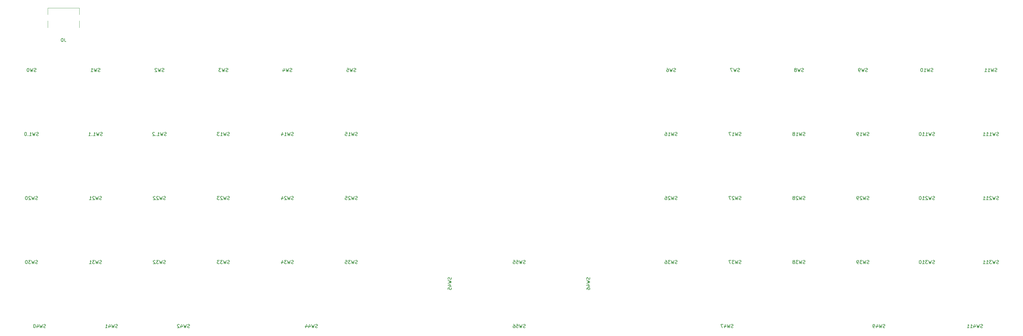
<source format=gbr>
%TF.GenerationSoftware,KiCad,Pcbnew,(6.0.8)*%
%TF.CreationDate,2022-10-26T23:20:13+02:00*%
%TF.ProjectId,32u4,33327534-2e6b-4696-9361-645f70636258,rev?*%
%TF.SameCoordinates,Original*%
%TF.FileFunction,Legend,Bot*%
%TF.FilePolarity,Positive*%
%FSLAX46Y46*%
G04 Gerber Fmt 4.6, Leading zero omitted, Abs format (unit mm)*
G04 Created by KiCad (PCBNEW (6.0.8)) date 2022-10-26 23:20:13*
%MOMM*%
%LPD*%
G01*
G04 APERTURE LIST*
%ADD10C,0.150000*%
%ADD11C,0.120000*%
G04 APERTURE END LIST*
D10*
%TO.C,SW14*%
X105009523Y-60629761D02*
X104866666Y-60677380D01*
X104628571Y-60677380D01*
X104533333Y-60629761D01*
X104485714Y-60582142D01*
X104438095Y-60486904D01*
X104438095Y-60391666D01*
X104485714Y-60296428D01*
X104533333Y-60248809D01*
X104628571Y-60201190D01*
X104819047Y-60153571D01*
X104914285Y-60105952D01*
X104961904Y-60058333D01*
X105009523Y-59963095D01*
X105009523Y-59867857D01*
X104961904Y-59772619D01*
X104914285Y-59725000D01*
X104819047Y-59677380D01*
X104580952Y-59677380D01*
X104438095Y-59725000D01*
X104104761Y-59677380D02*
X103866666Y-60677380D01*
X103676190Y-59963095D01*
X103485714Y-60677380D01*
X103247619Y-59677380D01*
X102342857Y-60677380D02*
X102914285Y-60677380D01*
X102628571Y-60677380D02*
X102628571Y-59677380D01*
X102723809Y-59820238D01*
X102819047Y-59915476D01*
X102914285Y-59963095D01*
X101485714Y-60010714D02*
X101485714Y-60677380D01*
X101723809Y-59629761D02*
X101961904Y-60344047D01*
X101342857Y-60344047D01*
%TO.C,SW35*%
X124059523Y-98729761D02*
X123916666Y-98777380D01*
X123678571Y-98777380D01*
X123583333Y-98729761D01*
X123535714Y-98682142D01*
X123488095Y-98586904D01*
X123488095Y-98491666D01*
X123535714Y-98396428D01*
X123583333Y-98348809D01*
X123678571Y-98301190D01*
X123869047Y-98253571D01*
X123964285Y-98205952D01*
X124011904Y-98158333D01*
X124059523Y-98063095D01*
X124059523Y-97967857D01*
X124011904Y-97872619D01*
X123964285Y-97825000D01*
X123869047Y-97777380D01*
X123630952Y-97777380D01*
X123488095Y-97825000D01*
X123154761Y-97777380D02*
X122916666Y-98777380D01*
X122726190Y-98063095D01*
X122535714Y-98777380D01*
X122297619Y-97777380D01*
X122011904Y-97777380D02*
X121392857Y-97777380D01*
X121726190Y-98158333D01*
X121583333Y-98158333D01*
X121488095Y-98205952D01*
X121440476Y-98253571D01*
X121392857Y-98348809D01*
X121392857Y-98586904D01*
X121440476Y-98682142D01*
X121488095Y-98729761D01*
X121583333Y-98777380D01*
X121869047Y-98777380D01*
X121964285Y-98729761D01*
X122011904Y-98682142D01*
X120488095Y-97777380D02*
X120964285Y-97777380D01*
X121011904Y-98253571D01*
X120964285Y-98205952D01*
X120869047Y-98158333D01*
X120630952Y-98158333D01*
X120535714Y-98205952D01*
X120488095Y-98253571D01*
X120440476Y-98348809D01*
X120440476Y-98586904D01*
X120488095Y-98682142D01*
X120535714Y-98729761D01*
X120630952Y-98777380D01*
X120869047Y-98777380D01*
X120964285Y-98729761D01*
X121011904Y-98682142D01*
%TO.C,SW15*%
X124059523Y-60629761D02*
X123916666Y-60677380D01*
X123678571Y-60677380D01*
X123583333Y-60629761D01*
X123535714Y-60582142D01*
X123488095Y-60486904D01*
X123488095Y-60391666D01*
X123535714Y-60296428D01*
X123583333Y-60248809D01*
X123678571Y-60201190D01*
X123869047Y-60153571D01*
X123964285Y-60105952D01*
X124011904Y-60058333D01*
X124059523Y-59963095D01*
X124059523Y-59867857D01*
X124011904Y-59772619D01*
X123964285Y-59725000D01*
X123869047Y-59677380D01*
X123630952Y-59677380D01*
X123488095Y-59725000D01*
X123154761Y-59677380D02*
X122916666Y-60677380D01*
X122726190Y-59963095D01*
X122535714Y-60677380D01*
X122297619Y-59677380D01*
X121392857Y-60677380D02*
X121964285Y-60677380D01*
X121678571Y-60677380D02*
X121678571Y-59677380D01*
X121773809Y-59820238D01*
X121869047Y-59915476D01*
X121964285Y-59963095D01*
X120488095Y-59677380D02*
X120964285Y-59677380D01*
X121011904Y-60153571D01*
X120964285Y-60105952D01*
X120869047Y-60058333D01*
X120630952Y-60058333D01*
X120535714Y-60105952D01*
X120488095Y-60153571D01*
X120440476Y-60248809D01*
X120440476Y-60486904D01*
X120488095Y-60582142D01*
X120535714Y-60629761D01*
X120630952Y-60677380D01*
X120869047Y-60677380D01*
X120964285Y-60629761D01*
X121011904Y-60582142D01*
%TO.C,SW31*%
X47859523Y-98729761D02*
X47716666Y-98777380D01*
X47478571Y-98777380D01*
X47383333Y-98729761D01*
X47335714Y-98682142D01*
X47288095Y-98586904D01*
X47288095Y-98491666D01*
X47335714Y-98396428D01*
X47383333Y-98348809D01*
X47478571Y-98301190D01*
X47669047Y-98253571D01*
X47764285Y-98205952D01*
X47811904Y-98158333D01*
X47859523Y-98063095D01*
X47859523Y-97967857D01*
X47811904Y-97872619D01*
X47764285Y-97825000D01*
X47669047Y-97777380D01*
X47430952Y-97777380D01*
X47288095Y-97825000D01*
X46954761Y-97777380D02*
X46716666Y-98777380D01*
X46526190Y-98063095D01*
X46335714Y-98777380D01*
X46097619Y-97777380D01*
X45811904Y-97777380D02*
X45192857Y-97777380D01*
X45526190Y-98158333D01*
X45383333Y-98158333D01*
X45288095Y-98205952D01*
X45240476Y-98253571D01*
X45192857Y-98348809D01*
X45192857Y-98586904D01*
X45240476Y-98682142D01*
X45288095Y-98729761D01*
X45383333Y-98777380D01*
X45669047Y-98777380D01*
X45764285Y-98729761D01*
X45811904Y-98682142D01*
X44240476Y-98777380D02*
X44811904Y-98777380D01*
X44526190Y-98777380D02*
X44526190Y-97777380D01*
X44621428Y-97920238D01*
X44716666Y-98015476D01*
X44811904Y-98063095D01*
%TO.C,SW25*%
X124059523Y-79679761D02*
X123916666Y-79727380D01*
X123678571Y-79727380D01*
X123583333Y-79679761D01*
X123535714Y-79632142D01*
X123488095Y-79536904D01*
X123488095Y-79441666D01*
X123535714Y-79346428D01*
X123583333Y-79298809D01*
X123678571Y-79251190D01*
X123869047Y-79203571D01*
X123964285Y-79155952D01*
X124011904Y-79108333D01*
X124059523Y-79013095D01*
X124059523Y-78917857D01*
X124011904Y-78822619D01*
X123964285Y-78775000D01*
X123869047Y-78727380D01*
X123630952Y-78727380D01*
X123488095Y-78775000D01*
X123154761Y-78727380D02*
X122916666Y-79727380D01*
X122726190Y-79013095D01*
X122535714Y-79727380D01*
X122297619Y-78727380D01*
X121964285Y-78822619D02*
X121916666Y-78775000D01*
X121821428Y-78727380D01*
X121583333Y-78727380D01*
X121488095Y-78775000D01*
X121440476Y-78822619D01*
X121392857Y-78917857D01*
X121392857Y-79013095D01*
X121440476Y-79155952D01*
X122011904Y-79727380D01*
X121392857Y-79727380D01*
X120488095Y-78727380D02*
X120964285Y-78727380D01*
X121011904Y-79203571D01*
X120964285Y-79155952D01*
X120869047Y-79108333D01*
X120630952Y-79108333D01*
X120535714Y-79155952D01*
X120488095Y-79203571D01*
X120440476Y-79298809D01*
X120440476Y-79536904D01*
X120488095Y-79632142D01*
X120535714Y-79679761D01*
X120630952Y-79727380D01*
X120869047Y-79727380D01*
X120964285Y-79679761D01*
X121011904Y-79632142D01*
%TO.C,SW1.1*%
X48097619Y-60629761D02*
X47954761Y-60677380D01*
X47716666Y-60677380D01*
X47621428Y-60629761D01*
X47573809Y-60582142D01*
X47526190Y-60486904D01*
X47526190Y-60391666D01*
X47573809Y-60296428D01*
X47621428Y-60248809D01*
X47716666Y-60201190D01*
X47907142Y-60153571D01*
X48002380Y-60105952D01*
X48050000Y-60058333D01*
X48097619Y-59963095D01*
X48097619Y-59867857D01*
X48050000Y-59772619D01*
X48002380Y-59725000D01*
X47907142Y-59677380D01*
X47669047Y-59677380D01*
X47526190Y-59725000D01*
X47192857Y-59677380D02*
X46954761Y-60677380D01*
X46764285Y-59963095D01*
X46573809Y-60677380D01*
X46335714Y-59677380D01*
X45430952Y-60677380D02*
X46002380Y-60677380D01*
X45716666Y-60677380D02*
X45716666Y-59677380D01*
X45811904Y-59820238D01*
X45907142Y-59915476D01*
X46002380Y-59963095D01*
X45002380Y-60582142D02*
X44954761Y-60629761D01*
X45002380Y-60677380D01*
X45050000Y-60629761D01*
X45002380Y-60582142D01*
X45002380Y-60677380D01*
X44002380Y-60677380D02*
X44573809Y-60677380D01*
X44288095Y-60677380D02*
X44288095Y-59677380D01*
X44383333Y-59820238D01*
X44478571Y-59915476D01*
X44573809Y-59963095D01*
%TO.C,SW47*%
X235978273Y-117779761D02*
X235835416Y-117827380D01*
X235597321Y-117827380D01*
X235502083Y-117779761D01*
X235454464Y-117732142D01*
X235406845Y-117636904D01*
X235406845Y-117541666D01*
X235454464Y-117446428D01*
X235502083Y-117398809D01*
X235597321Y-117351190D01*
X235787797Y-117303571D01*
X235883035Y-117255952D01*
X235930654Y-117208333D01*
X235978273Y-117113095D01*
X235978273Y-117017857D01*
X235930654Y-116922619D01*
X235883035Y-116875000D01*
X235787797Y-116827380D01*
X235549702Y-116827380D01*
X235406845Y-116875000D01*
X235073511Y-116827380D02*
X234835416Y-117827380D01*
X234644940Y-117113095D01*
X234454464Y-117827380D01*
X234216369Y-116827380D01*
X233406845Y-117160714D02*
X233406845Y-117827380D01*
X233644940Y-116779761D02*
X233883035Y-117494047D01*
X233263988Y-117494047D01*
X232978273Y-116827380D02*
X232311607Y-116827380D01*
X232740178Y-117827380D01*
%TO.C,SW2*%
X66433333Y-41579761D02*
X66290476Y-41627380D01*
X66052380Y-41627380D01*
X65957142Y-41579761D01*
X65909523Y-41532142D01*
X65861904Y-41436904D01*
X65861904Y-41341666D01*
X65909523Y-41246428D01*
X65957142Y-41198809D01*
X66052380Y-41151190D01*
X66242857Y-41103571D01*
X66338095Y-41055952D01*
X66385714Y-41008333D01*
X66433333Y-40913095D01*
X66433333Y-40817857D01*
X66385714Y-40722619D01*
X66338095Y-40675000D01*
X66242857Y-40627380D01*
X66004761Y-40627380D01*
X65861904Y-40675000D01*
X65528571Y-40627380D02*
X65290476Y-41627380D01*
X65100000Y-40913095D01*
X64909523Y-41627380D01*
X64671428Y-40627380D01*
X64338095Y-40722619D02*
X64290476Y-40675000D01*
X64195238Y-40627380D01*
X63957142Y-40627380D01*
X63861904Y-40675000D01*
X63814285Y-40722619D01*
X63766666Y-40817857D01*
X63766666Y-40913095D01*
X63814285Y-41055952D01*
X64385714Y-41627380D01*
X63766666Y-41627380D01*
%TO.C,SW49*%
X281222023Y-117779761D02*
X281079166Y-117827380D01*
X280841071Y-117827380D01*
X280745833Y-117779761D01*
X280698214Y-117732142D01*
X280650595Y-117636904D01*
X280650595Y-117541666D01*
X280698214Y-117446428D01*
X280745833Y-117398809D01*
X280841071Y-117351190D01*
X281031547Y-117303571D01*
X281126785Y-117255952D01*
X281174404Y-117208333D01*
X281222023Y-117113095D01*
X281222023Y-117017857D01*
X281174404Y-116922619D01*
X281126785Y-116875000D01*
X281031547Y-116827380D01*
X280793452Y-116827380D01*
X280650595Y-116875000D01*
X280317261Y-116827380D02*
X280079166Y-117827380D01*
X279888690Y-117113095D01*
X279698214Y-117827380D01*
X279460119Y-116827380D01*
X278650595Y-117160714D02*
X278650595Y-117827380D01*
X278888690Y-116779761D02*
X279126785Y-117494047D01*
X278507738Y-117494047D01*
X278079166Y-117827380D02*
X277888690Y-117827380D01*
X277793452Y-117779761D01*
X277745833Y-117732142D01*
X277650595Y-117589285D01*
X277602976Y-117398809D01*
X277602976Y-117017857D01*
X277650595Y-116922619D01*
X277698214Y-116875000D01*
X277793452Y-116827380D01*
X277983928Y-116827380D01*
X278079166Y-116875000D01*
X278126785Y-116922619D01*
X278174404Y-117017857D01*
X278174404Y-117255952D01*
X278126785Y-117351190D01*
X278079166Y-117398809D01*
X277983928Y-117446428D01*
X277793452Y-117446428D01*
X277698214Y-117398809D01*
X277650595Y-117351190D01*
X277602976Y-117255952D01*
%TO.C,SW7*%
X237883333Y-41579761D02*
X237740476Y-41627380D01*
X237502380Y-41627380D01*
X237407142Y-41579761D01*
X237359523Y-41532142D01*
X237311904Y-41436904D01*
X237311904Y-41341666D01*
X237359523Y-41246428D01*
X237407142Y-41198809D01*
X237502380Y-41151190D01*
X237692857Y-41103571D01*
X237788095Y-41055952D01*
X237835714Y-41008333D01*
X237883333Y-40913095D01*
X237883333Y-40817857D01*
X237835714Y-40722619D01*
X237788095Y-40675000D01*
X237692857Y-40627380D01*
X237454761Y-40627380D01*
X237311904Y-40675000D01*
X236978571Y-40627380D02*
X236740476Y-41627380D01*
X236550000Y-40913095D01*
X236359523Y-41627380D01*
X236121428Y-40627380D01*
X235835714Y-40627380D02*
X235169047Y-40627380D01*
X235597619Y-41627380D01*
%TO.C,SW30*%
X28809523Y-98729761D02*
X28666666Y-98777380D01*
X28428571Y-98777380D01*
X28333333Y-98729761D01*
X28285714Y-98682142D01*
X28238095Y-98586904D01*
X28238095Y-98491666D01*
X28285714Y-98396428D01*
X28333333Y-98348809D01*
X28428571Y-98301190D01*
X28619047Y-98253571D01*
X28714285Y-98205952D01*
X28761904Y-98158333D01*
X28809523Y-98063095D01*
X28809523Y-97967857D01*
X28761904Y-97872619D01*
X28714285Y-97825000D01*
X28619047Y-97777380D01*
X28380952Y-97777380D01*
X28238095Y-97825000D01*
X27904761Y-97777380D02*
X27666666Y-98777380D01*
X27476190Y-98063095D01*
X27285714Y-98777380D01*
X27047619Y-97777380D01*
X26761904Y-97777380D02*
X26142857Y-97777380D01*
X26476190Y-98158333D01*
X26333333Y-98158333D01*
X26238095Y-98205952D01*
X26190476Y-98253571D01*
X26142857Y-98348809D01*
X26142857Y-98586904D01*
X26190476Y-98682142D01*
X26238095Y-98729761D01*
X26333333Y-98777380D01*
X26619047Y-98777380D01*
X26714285Y-98729761D01*
X26761904Y-98682142D01*
X25523809Y-97777380D02*
X25428571Y-97777380D01*
X25333333Y-97825000D01*
X25285714Y-97872619D01*
X25238095Y-97967857D01*
X25190476Y-98158333D01*
X25190476Y-98396428D01*
X25238095Y-98586904D01*
X25285714Y-98682142D01*
X25333333Y-98729761D01*
X25428571Y-98777380D01*
X25523809Y-98777380D01*
X25619047Y-98729761D01*
X25666666Y-98682142D01*
X25714285Y-98586904D01*
X25761904Y-98396428D01*
X25761904Y-98158333D01*
X25714285Y-97967857D01*
X25666666Y-97872619D01*
X25619047Y-97825000D01*
X25523809Y-97777380D01*
%TO.C,SW40*%
X31190773Y-117779761D02*
X31047916Y-117827380D01*
X30809821Y-117827380D01*
X30714583Y-117779761D01*
X30666964Y-117732142D01*
X30619345Y-117636904D01*
X30619345Y-117541666D01*
X30666964Y-117446428D01*
X30714583Y-117398809D01*
X30809821Y-117351190D01*
X31000297Y-117303571D01*
X31095535Y-117255952D01*
X31143154Y-117208333D01*
X31190773Y-117113095D01*
X31190773Y-117017857D01*
X31143154Y-116922619D01*
X31095535Y-116875000D01*
X31000297Y-116827380D01*
X30762202Y-116827380D01*
X30619345Y-116875000D01*
X30286011Y-116827380D02*
X30047916Y-117827380D01*
X29857440Y-117113095D01*
X29666964Y-117827380D01*
X29428869Y-116827380D01*
X28619345Y-117160714D02*
X28619345Y-117827380D01*
X28857440Y-116779761D02*
X29095535Y-117494047D01*
X28476488Y-117494047D01*
X27905059Y-116827380D02*
X27809821Y-116827380D01*
X27714583Y-116875000D01*
X27666964Y-116922619D01*
X27619345Y-117017857D01*
X27571726Y-117208333D01*
X27571726Y-117446428D01*
X27619345Y-117636904D01*
X27666964Y-117732142D01*
X27714583Y-117779761D01*
X27809821Y-117827380D01*
X27905059Y-117827380D01*
X28000297Y-117779761D01*
X28047916Y-117732142D01*
X28095535Y-117636904D01*
X28143154Y-117446428D01*
X28143154Y-117208333D01*
X28095535Y-117017857D01*
X28047916Y-116922619D01*
X28000297Y-116875000D01*
X27905059Y-116827380D01*
%TO.C,SW1.0*%
X29047619Y-60629761D02*
X28904761Y-60677380D01*
X28666666Y-60677380D01*
X28571428Y-60629761D01*
X28523809Y-60582142D01*
X28476190Y-60486904D01*
X28476190Y-60391666D01*
X28523809Y-60296428D01*
X28571428Y-60248809D01*
X28666666Y-60201190D01*
X28857142Y-60153571D01*
X28952380Y-60105952D01*
X29000000Y-60058333D01*
X29047619Y-59963095D01*
X29047619Y-59867857D01*
X29000000Y-59772619D01*
X28952380Y-59725000D01*
X28857142Y-59677380D01*
X28619047Y-59677380D01*
X28476190Y-59725000D01*
X28142857Y-59677380D02*
X27904761Y-60677380D01*
X27714285Y-59963095D01*
X27523809Y-60677380D01*
X27285714Y-59677380D01*
X26380952Y-60677380D02*
X26952380Y-60677380D01*
X26666666Y-60677380D02*
X26666666Y-59677380D01*
X26761904Y-59820238D01*
X26857142Y-59915476D01*
X26952380Y-59963095D01*
X25952380Y-60582142D02*
X25904761Y-60629761D01*
X25952380Y-60677380D01*
X26000000Y-60629761D01*
X25952380Y-60582142D01*
X25952380Y-60677380D01*
X25285714Y-59677380D02*
X25190476Y-59677380D01*
X25095238Y-59725000D01*
X25047619Y-59772619D01*
X25000000Y-59867857D01*
X24952380Y-60058333D01*
X24952380Y-60296428D01*
X25000000Y-60486904D01*
X25047619Y-60582142D01*
X25095238Y-60629761D01*
X25190476Y-60677380D01*
X25285714Y-60677380D01*
X25380952Y-60629761D01*
X25428571Y-60582142D01*
X25476190Y-60486904D01*
X25523809Y-60296428D01*
X25523809Y-60058333D01*
X25476190Y-59867857D01*
X25428571Y-59772619D01*
X25380952Y-59725000D01*
X25285714Y-59677380D01*
%TO.C,SW8*%
X256933333Y-41579761D02*
X256790476Y-41627380D01*
X256552380Y-41627380D01*
X256457142Y-41579761D01*
X256409523Y-41532142D01*
X256361904Y-41436904D01*
X256361904Y-41341666D01*
X256409523Y-41246428D01*
X256457142Y-41198809D01*
X256552380Y-41151190D01*
X256742857Y-41103571D01*
X256838095Y-41055952D01*
X256885714Y-41008333D01*
X256933333Y-40913095D01*
X256933333Y-40817857D01*
X256885714Y-40722619D01*
X256838095Y-40675000D01*
X256742857Y-40627380D01*
X256504761Y-40627380D01*
X256361904Y-40675000D01*
X256028571Y-40627380D02*
X255790476Y-41627380D01*
X255600000Y-40913095D01*
X255409523Y-41627380D01*
X255171428Y-40627380D01*
X254647619Y-41055952D02*
X254742857Y-41008333D01*
X254790476Y-40960714D01*
X254838095Y-40865476D01*
X254838095Y-40817857D01*
X254790476Y-40722619D01*
X254742857Y-40675000D01*
X254647619Y-40627380D01*
X254457142Y-40627380D01*
X254361904Y-40675000D01*
X254314285Y-40722619D01*
X254266666Y-40817857D01*
X254266666Y-40865476D01*
X254314285Y-40960714D01*
X254361904Y-41008333D01*
X254457142Y-41055952D01*
X254647619Y-41055952D01*
X254742857Y-41103571D01*
X254790476Y-41151190D01*
X254838095Y-41246428D01*
X254838095Y-41436904D01*
X254790476Y-41532142D01*
X254742857Y-41579761D01*
X254647619Y-41627380D01*
X254457142Y-41627380D01*
X254361904Y-41579761D01*
X254314285Y-41532142D01*
X254266666Y-41436904D01*
X254266666Y-41246428D01*
X254314285Y-41151190D01*
X254361904Y-41103571D01*
X254457142Y-41055952D01*
%TO.C,SW37*%
X238359523Y-98729761D02*
X238216666Y-98777380D01*
X237978571Y-98777380D01*
X237883333Y-98729761D01*
X237835714Y-98682142D01*
X237788095Y-98586904D01*
X237788095Y-98491666D01*
X237835714Y-98396428D01*
X237883333Y-98348809D01*
X237978571Y-98301190D01*
X238169047Y-98253571D01*
X238264285Y-98205952D01*
X238311904Y-98158333D01*
X238359523Y-98063095D01*
X238359523Y-97967857D01*
X238311904Y-97872619D01*
X238264285Y-97825000D01*
X238169047Y-97777380D01*
X237930952Y-97777380D01*
X237788095Y-97825000D01*
X237454761Y-97777380D02*
X237216666Y-98777380D01*
X237026190Y-98063095D01*
X236835714Y-98777380D01*
X236597619Y-97777380D01*
X236311904Y-97777380D02*
X235692857Y-97777380D01*
X236026190Y-98158333D01*
X235883333Y-98158333D01*
X235788095Y-98205952D01*
X235740476Y-98253571D01*
X235692857Y-98348809D01*
X235692857Y-98586904D01*
X235740476Y-98682142D01*
X235788095Y-98729761D01*
X235883333Y-98777380D01*
X236169047Y-98777380D01*
X236264285Y-98729761D01*
X236311904Y-98682142D01*
X235359523Y-97777380D02*
X234692857Y-97777380D01*
X235121428Y-98777380D01*
%TO.C,SW0*%
X28333333Y-41579761D02*
X28190476Y-41627380D01*
X27952380Y-41627380D01*
X27857142Y-41579761D01*
X27809523Y-41532142D01*
X27761904Y-41436904D01*
X27761904Y-41341666D01*
X27809523Y-41246428D01*
X27857142Y-41198809D01*
X27952380Y-41151190D01*
X28142857Y-41103571D01*
X28238095Y-41055952D01*
X28285714Y-41008333D01*
X28333333Y-40913095D01*
X28333333Y-40817857D01*
X28285714Y-40722619D01*
X28238095Y-40675000D01*
X28142857Y-40627380D01*
X27904761Y-40627380D01*
X27761904Y-40675000D01*
X27428571Y-40627380D02*
X27190476Y-41627380D01*
X27000000Y-40913095D01*
X26809523Y-41627380D01*
X26571428Y-40627380D01*
X26000000Y-40627380D02*
X25904761Y-40627380D01*
X25809523Y-40675000D01*
X25761904Y-40722619D01*
X25714285Y-40817857D01*
X25666666Y-41008333D01*
X25666666Y-41246428D01*
X25714285Y-41436904D01*
X25761904Y-41532142D01*
X25809523Y-41579761D01*
X25904761Y-41627380D01*
X26000000Y-41627380D01*
X26095238Y-41579761D01*
X26142857Y-41532142D01*
X26190476Y-41436904D01*
X26238095Y-41246428D01*
X26238095Y-41008333D01*
X26190476Y-40817857D01*
X26142857Y-40722619D01*
X26095238Y-40675000D01*
X26000000Y-40627380D01*
%TO.C,SW32*%
X66909523Y-98729761D02*
X66766666Y-98777380D01*
X66528571Y-98777380D01*
X66433333Y-98729761D01*
X66385714Y-98682142D01*
X66338095Y-98586904D01*
X66338095Y-98491666D01*
X66385714Y-98396428D01*
X66433333Y-98348809D01*
X66528571Y-98301190D01*
X66719047Y-98253571D01*
X66814285Y-98205952D01*
X66861904Y-98158333D01*
X66909523Y-98063095D01*
X66909523Y-97967857D01*
X66861904Y-97872619D01*
X66814285Y-97825000D01*
X66719047Y-97777380D01*
X66480952Y-97777380D01*
X66338095Y-97825000D01*
X66004761Y-97777380D02*
X65766666Y-98777380D01*
X65576190Y-98063095D01*
X65385714Y-98777380D01*
X65147619Y-97777380D01*
X64861904Y-97777380D02*
X64242857Y-97777380D01*
X64576190Y-98158333D01*
X64433333Y-98158333D01*
X64338095Y-98205952D01*
X64290476Y-98253571D01*
X64242857Y-98348809D01*
X64242857Y-98586904D01*
X64290476Y-98682142D01*
X64338095Y-98729761D01*
X64433333Y-98777380D01*
X64719047Y-98777380D01*
X64814285Y-98729761D01*
X64861904Y-98682142D01*
X63861904Y-97872619D02*
X63814285Y-97825000D01*
X63719047Y-97777380D01*
X63480952Y-97777380D01*
X63385714Y-97825000D01*
X63338095Y-97872619D01*
X63290476Y-97967857D01*
X63290476Y-98063095D01*
X63338095Y-98205952D01*
X63909523Y-98777380D01*
X63290476Y-98777380D01*
%TO.C,SW41*%
X52622023Y-117779761D02*
X52479166Y-117827380D01*
X52241071Y-117827380D01*
X52145833Y-117779761D01*
X52098214Y-117732142D01*
X52050595Y-117636904D01*
X52050595Y-117541666D01*
X52098214Y-117446428D01*
X52145833Y-117398809D01*
X52241071Y-117351190D01*
X52431547Y-117303571D01*
X52526785Y-117255952D01*
X52574404Y-117208333D01*
X52622023Y-117113095D01*
X52622023Y-117017857D01*
X52574404Y-116922619D01*
X52526785Y-116875000D01*
X52431547Y-116827380D01*
X52193452Y-116827380D01*
X52050595Y-116875000D01*
X51717261Y-116827380D02*
X51479166Y-117827380D01*
X51288690Y-117113095D01*
X51098214Y-117827380D01*
X50860119Y-116827380D01*
X50050595Y-117160714D02*
X50050595Y-117827380D01*
X50288690Y-116779761D02*
X50526785Y-117494047D01*
X49907738Y-117494047D01*
X49002976Y-117827380D02*
X49574404Y-117827380D01*
X49288690Y-117827380D02*
X49288690Y-116827380D01*
X49383928Y-116970238D01*
X49479166Y-117065476D01*
X49574404Y-117113095D01*
%TO.C,SW1*%
X47383333Y-41579761D02*
X47240476Y-41627380D01*
X47002380Y-41627380D01*
X46907142Y-41579761D01*
X46859523Y-41532142D01*
X46811904Y-41436904D01*
X46811904Y-41341666D01*
X46859523Y-41246428D01*
X46907142Y-41198809D01*
X47002380Y-41151190D01*
X47192857Y-41103571D01*
X47288095Y-41055952D01*
X47335714Y-41008333D01*
X47383333Y-40913095D01*
X47383333Y-40817857D01*
X47335714Y-40722619D01*
X47288095Y-40675000D01*
X47192857Y-40627380D01*
X46954761Y-40627380D01*
X46811904Y-40675000D01*
X46478571Y-40627380D02*
X46240476Y-41627380D01*
X46050000Y-40913095D01*
X45859523Y-41627380D01*
X45621428Y-40627380D01*
X44716666Y-41627380D02*
X45288095Y-41627380D01*
X45002380Y-41627380D02*
X45002380Y-40627380D01*
X45097619Y-40770238D01*
X45192857Y-40865476D01*
X45288095Y-40913095D01*
%TO.C,SW311*%
X315035714Y-98729761D02*
X314892857Y-98777380D01*
X314654761Y-98777380D01*
X314559523Y-98729761D01*
X314511904Y-98682142D01*
X314464285Y-98586904D01*
X314464285Y-98491666D01*
X314511904Y-98396428D01*
X314559523Y-98348809D01*
X314654761Y-98301190D01*
X314845238Y-98253571D01*
X314940476Y-98205952D01*
X314988095Y-98158333D01*
X315035714Y-98063095D01*
X315035714Y-97967857D01*
X314988095Y-97872619D01*
X314940476Y-97825000D01*
X314845238Y-97777380D01*
X314607142Y-97777380D01*
X314464285Y-97825000D01*
X314130952Y-97777380D02*
X313892857Y-98777380D01*
X313702380Y-98063095D01*
X313511904Y-98777380D01*
X313273809Y-97777380D01*
X312988095Y-97777380D02*
X312369047Y-97777380D01*
X312702380Y-98158333D01*
X312559523Y-98158333D01*
X312464285Y-98205952D01*
X312416666Y-98253571D01*
X312369047Y-98348809D01*
X312369047Y-98586904D01*
X312416666Y-98682142D01*
X312464285Y-98729761D01*
X312559523Y-98777380D01*
X312845238Y-98777380D01*
X312940476Y-98729761D01*
X312988095Y-98682142D01*
X311416666Y-98777380D02*
X311988095Y-98777380D01*
X311702380Y-98777380D02*
X311702380Y-97777380D01*
X311797619Y-97920238D01*
X311892857Y-98015476D01*
X311988095Y-98063095D01*
X310464285Y-98777380D02*
X311035714Y-98777380D01*
X310750000Y-98777380D02*
X310750000Y-97777380D01*
X310845238Y-97920238D01*
X310940476Y-98015476D01*
X311035714Y-98063095D01*
%TO.C,SW29*%
X276459523Y-79679761D02*
X276316666Y-79727380D01*
X276078571Y-79727380D01*
X275983333Y-79679761D01*
X275935714Y-79632142D01*
X275888095Y-79536904D01*
X275888095Y-79441666D01*
X275935714Y-79346428D01*
X275983333Y-79298809D01*
X276078571Y-79251190D01*
X276269047Y-79203571D01*
X276364285Y-79155952D01*
X276411904Y-79108333D01*
X276459523Y-79013095D01*
X276459523Y-78917857D01*
X276411904Y-78822619D01*
X276364285Y-78775000D01*
X276269047Y-78727380D01*
X276030952Y-78727380D01*
X275888095Y-78775000D01*
X275554761Y-78727380D02*
X275316666Y-79727380D01*
X275126190Y-79013095D01*
X274935714Y-79727380D01*
X274697619Y-78727380D01*
X274364285Y-78822619D02*
X274316666Y-78775000D01*
X274221428Y-78727380D01*
X273983333Y-78727380D01*
X273888095Y-78775000D01*
X273840476Y-78822619D01*
X273792857Y-78917857D01*
X273792857Y-79013095D01*
X273840476Y-79155952D01*
X274411904Y-79727380D01*
X273792857Y-79727380D01*
X273316666Y-79727380D02*
X273126190Y-79727380D01*
X273030952Y-79679761D01*
X272983333Y-79632142D01*
X272888095Y-79489285D01*
X272840476Y-79298809D01*
X272840476Y-78917857D01*
X272888095Y-78822619D01*
X272935714Y-78775000D01*
X273030952Y-78727380D01*
X273221428Y-78727380D01*
X273316666Y-78775000D01*
X273364285Y-78822619D01*
X273411904Y-78917857D01*
X273411904Y-79155952D01*
X273364285Y-79251190D01*
X273316666Y-79298809D01*
X273221428Y-79346428D01*
X273030952Y-79346428D01*
X272935714Y-79298809D01*
X272888095Y-79251190D01*
X272840476Y-79155952D01*
%TO.C,SW10*%
X295509523Y-41579761D02*
X295366666Y-41627380D01*
X295128571Y-41627380D01*
X295033333Y-41579761D01*
X294985714Y-41532142D01*
X294938095Y-41436904D01*
X294938095Y-41341666D01*
X294985714Y-41246428D01*
X295033333Y-41198809D01*
X295128571Y-41151190D01*
X295319047Y-41103571D01*
X295414285Y-41055952D01*
X295461904Y-41008333D01*
X295509523Y-40913095D01*
X295509523Y-40817857D01*
X295461904Y-40722619D01*
X295414285Y-40675000D01*
X295319047Y-40627380D01*
X295080952Y-40627380D01*
X294938095Y-40675000D01*
X294604761Y-40627380D02*
X294366666Y-41627380D01*
X294176190Y-40913095D01*
X293985714Y-41627380D01*
X293747619Y-40627380D01*
X292842857Y-41627380D02*
X293414285Y-41627380D01*
X293128571Y-41627380D02*
X293128571Y-40627380D01*
X293223809Y-40770238D01*
X293319047Y-40865476D01*
X293414285Y-40913095D01*
X292223809Y-40627380D02*
X292128571Y-40627380D01*
X292033333Y-40675000D01*
X291985714Y-40722619D01*
X291938095Y-40817857D01*
X291890476Y-41008333D01*
X291890476Y-41246428D01*
X291938095Y-41436904D01*
X291985714Y-41532142D01*
X292033333Y-41579761D01*
X292128571Y-41627380D01*
X292223809Y-41627380D01*
X292319047Y-41579761D01*
X292366666Y-41532142D01*
X292414285Y-41436904D01*
X292461904Y-41246428D01*
X292461904Y-41008333D01*
X292414285Y-40817857D01*
X292366666Y-40722619D01*
X292319047Y-40675000D01*
X292223809Y-40627380D01*
%TO.C,SW9*%
X275983333Y-41579761D02*
X275840476Y-41627380D01*
X275602380Y-41627380D01*
X275507142Y-41579761D01*
X275459523Y-41532142D01*
X275411904Y-41436904D01*
X275411904Y-41341666D01*
X275459523Y-41246428D01*
X275507142Y-41198809D01*
X275602380Y-41151190D01*
X275792857Y-41103571D01*
X275888095Y-41055952D01*
X275935714Y-41008333D01*
X275983333Y-40913095D01*
X275983333Y-40817857D01*
X275935714Y-40722619D01*
X275888095Y-40675000D01*
X275792857Y-40627380D01*
X275554761Y-40627380D01*
X275411904Y-40675000D01*
X275078571Y-40627380D02*
X274840476Y-41627380D01*
X274650000Y-40913095D01*
X274459523Y-41627380D01*
X274221428Y-40627380D01*
X273792857Y-41627380D02*
X273602380Y-41627380D01*
X273507142Y-41579761D01*
X273459523Y-41532142D01*
X273364285Y-41389285D01*
X273316666Y-41198809D01*
X273316666Y-40817857D01*
X273364285Y-40722619D01*
X273411904Y-40675000D01*
X273507142Y-40627380D01*
X273697619Y-40627380D01*
X273792857Y-40675000D01*
X273840476Y-40722619D01*
X273888095Y-40817857D01*
X273888095Y-41055952D01*
X273840476Y-41151190D01*
X273792857Y-41198809D01*
X273697619Y-41246428D01*
X273507142Y-41246428D01*
X273411904Y-41198809D01*
X273364285Y-41151190D01*
X273316666Y-41055952D01*
%TO.C,SW17*%
X238359523Y-60629761D02*
X238216666Y-60677380D01*
X237978571Y-60677380D01*
X237883333Y-60629761D01*
X237835714Y-60582142D01*
X237788095Y-60486904D01*
X237788095Y-60391666D01*
X237835714Y-60296428D01*
X237883333Y-60248809D01*
X237978571Y-60201190D01*
X238169047Y-60153571D01*
X238264285Y-60105952D01*
X238311904Y-60058333D01*
X238359523Y-59963095D01*
X238359523Y-59867857D01*
X238311904Y-59772619D01*
X238264285Y-59725000D01*
X238169047Y-59677380D01*
X237930952Y-59677380D01*
X237788095Y-59725000D01*
X237454761Y-59677380D02*
X237216666Y-60677380D01*
X237026190Y-59963095D01*
X236835714Y-60677380D01*
X236597619Y-59677380D01*
X235692857Y-60677380D02*
X236264285Y-60677380D01*
X235978571Y-60677380D02*
X235978571Y-59677380D01*
X236073809Y-59820238D01*
X236169047Y-59915476D01*
X236264285Y-59963095D01*
X235359523Y-59677380D02*
X234692857Y-59677380D01*
X235121428Y-60677380D01*
%TO.C,SW411*%
X310273214Y-117779761D02*
X310130357Y-117827380D01*
X309892261Y-117827380D01*
X309797023Y-117779761D01*
X309749404Y-117732142D01*
X309701785Y-117636904D01*
X309701785Y-117541666D01*
X309749404Y-117446428D01*
X309797023Y-117398809D01*
X309892261Y-117351190D01*
X310082738Y-117303571D01*
X310177976Y-117255952D01*
X310225595Y-117208333D01*
X310273214Y-117113095D01*
X310273214Y-117017857D01*
X310225595Y-116922619D01*
X310177976Y-116875000D01*
X310082738Y-116827380D01*
X309844642Y-116827380D01*
X309701785Y-116875000D01*
X309368452Y-116827380D02*
X309130357Y-117827380D01*
X308939880Y-117113095D01*
X308749404Y-117827380D01*
X308511309Y-116827380D01*
X307701785Y-117160714D02*
X307701785Y-117827380D01*
X307939880Y-116779761D02*
X308177976Y-117494047D01*
X307558928Y-117494047D01*
X306654166Y-117827380D02*
X307225595Y-117827380D01*
X306939880Y-117827380D02*
X306939880Y-116827380D01*
X307035119Y-116970238D01*
X307130357Y-117065476D01*
X307225595Y-117113095D01*
X305701785Y-117827380D02*
X306273214Y-117827380D01*
X305987500Y-117827380D02*
X305987500Y-116827380D01*
X306082738Y-116970238D01*
X306177976Y-117065476D01*
X306273214Y-117113095D01*
%TO.C,SW211*%
X315035714Y-79679761D02*
X314892857Y-79727380D01*
X314654761Y-79727380D01*
X314559523Y-79679761D01*
X314511904Y-79632142D01*
X314464285Y-79536904D01*
X314464285Y-79441666D01*
X314511904Y-79346428D01*
X314559523Y-79298809D01*
X314654761Y-79251190D01*
X314845238Y-79203571D01*
X314940476Y-79155952D01*
X314988095Y-79108333D01*
X315035714Y-79013095D01*
X315035714Y-78917857D01*
X314988095Y-78822619D01*
X314940476Y-78775000D01*
X314845238Y-78727380D01*
X314607142Y-78727380D01*
X314464285Y-78775000D01*
X314130952Y-78727380D02*
X313892857Y-79727380D01*
X313702380Y-79013095D01*
X313511904Y-79727380D01*
X313273809Y-78727380D01*
X312940476Y-78822619D02*
X312892857Y-78775000D01*
X312797619Y-78727380D01*
X312559523Y-78727380D01*
X312464285Y-78775000D01*
X312416666Y-78822619D01*
X312369047Y-78917857D01*
X312369047Y-79013095D01*
X312416666Y-79155952D01*
X312988095Y-79727380D01*
X312369047Y-79727380D01*
X311416666Y-79727380D02*
X311988095Y-79727380D01*
X311702380Y-79727380D02*
X311702380Y-78727380D01*
X311797619Y-78870238D01*
X311892857Y-78965476D01*
X311988095Y-79013095D01*
X310464285Y-79727380D02*
X311035714Y-79727380D01*
X310750000Y-79727380D02*
X310750000Y-78727380D01*
X310845238Y-78870238D01*
X310940476Y-78965476D01*
X311035714Y-79013095D01*
%TO.C,SW19*%
X276459523Y-60629761D02*
X276316666Y-60677380D01*
X276078571Y-60677380D01*
X275983333Y-60629761D01*
X275935714Y-60582142D01*
X275888095Y-60486904D01*
X275888095Y-60391666D01*
X275935714Y-60296428D01*
X275983333Y-60248809D01*
X276078571Y-60201190D01*
X276269047Y-60153571D01*
X276364285Y-60105952D01*
X276411904Y-60058333D01*
X276459523Y-59963095D01*
X276459523Y-59867857D01*
X276411904Y-59772619D01*
X276364285Y-59725000D01*
X276269047Y-59677380D01*
X276030952Y-59677380D01*
X275888095Y-59725000D01*
X275554761Y-59677380D02*
X275316666Y-60677380D01*
X275126190Y-59963095D01*
X274935714Y-60677380D01*
X274697619Y-59677380D01*
X273792857Y-60677380D02*
X274364285Y-60677380D01*
X274078571Y-60677380D02*
X274078571Y-59677380D01*
X274173809Y-59820238D01*
X274269047Y-59915476D01*
X274364285Y-59963095D01*
X273316666Y-60677380D02*
X273126190Y-60677380D01*
X273030952Y-60629761D01*
X272983333Y-60582142D01*
X272888095Y-60439285D01*
X272840476Y-60248809D01*
X272840476Y-59867857D01*
X272888095Y-59772619D01*
X272935714Y-59725000D01*
X273030952Y-59677380D01*
X273221428Y-59677380D01*
X273316666Y-59725000D01*
X273364285Y-59772619D01*
X273411904Y-59867857D01*
X273411904Y-60105952D01*
X273364285Y-60201190D01*
X273316666Y-60248809D01*
X273221428Y-60296428D01*
X273030952Y-60296428D01*
X272935714Y-60248809D01*
X272888095Y-60201190D01*
X272840476Y-60105952D01*
%TO.C,SW33*%
X85959523Y-98729761D02*
X85816666Y-98777380D01*
X85578571Y-98777380D01*
X85483333Y-98729761D01*
X85435714Y-98682142D01*
X85388095Y-98586904D01*
X85388095Y-98491666D01*
X85435714Y-98396428D01*
X85483333Y-98348809D01*
X85578571Y-98301190D01*
X85769047Y-98253571D01*
X85864285Y-98205952D01*
X85911904Y-98158333D01*
X85959523Y-98063095D01*
X85959523Y-97967857D01*
X85911904Y-97872619D01*
X85864285Y-97825000D01*
X85769047Y-97777380D01*
X85530952Y-97777380D01*
X85388095Y-97825000D01*
X85054761Y-97777380D02*
X84816666Y-98777380D01*
X84626190Y-98063095D01*
X84435714Y-98777380D01*
X84197619Y-97777380D01*
X83911904Y-97777380D02*
X83292857Y-97777380D01*
X83626190Y-98158333D01*
X83483333Y-98158333D01*
X83388095Y-98205952D01*
X83340476Y-98253571D01*
X83292857Y-98348809D01*
X83292857Y-98586904D01*
X83340476Y-98682142D01*
X83388095Y-98729761D01*
X83483333Y-98777380D01*
X83769047Y-98777380D01*
X83864285Y-98729761D01*
X83911904Y-98682142D01*
X82959523Y-97777380D02*
X82340476Y-97777380D01*
X82673809Y-98158333D01*
X82530952Y-98158333D01*
X82435714Y-98205952D01*
X82388095Y-98253571D01*
X82340476Y-98348809D01*
X82340476Y-98586904D01*
X82388095Y-98682142D01*
X82435714Y-98729761D01*
X82530952Y-98777380D01*
X82816666Y-98777380D01*
X82911904Y-98729761D01*
X82959523Y-98682142D01*
%TO.C,SW110*%
X295985714Y-60629761D02*
X295842857Y-60677380D01*
X295604761Y-60677380D01*
X295509523Y-60629761D01*
X295461904Y-60582142D01*
X295414285Y-60486904D01*
X295414285Y-60391666D01*
X295461904Y-60296428D01*
X295509523Y-60248809D01*
X295604761Y-60201190D01*
X295795238Y-60153571D01*
X295890476Y-60105952D01*
X295938095Y-60058333D01*
X295985714Y-59963095D01*
X295985714Y-59867857D01*
X295938095Y-59772619D01*
X295890476Y-59725000D01*
X295795238Y-59677380D01*
X295557142Y-59677380D01*
X295414285Y-59725000D01*
X295080952Y-59677380D02*
X294842857Y-60677380D01*
X294652380Y-59963095D01*
X294461904Y-60677380D01*
X294223809Y-59677380D01*
X293319047Y-60677380D02*
X293890476Y-60677380D01*
X293604761Y-60677380D02*
X293604761Y-59677380D01*
X293700000Y-59820238D01*
X293795238Y-59915476D01*
X293890476Y-59963095D01*
X292366666Y-60677380D02*
X292938095Y-60677380D01*
X292652380Y-60677380D02*
X292652380Y-59677380D01*
X292747619Y-59820238D01*
X292842857Y-59915476D01*
X292938095Y-59963095D01*
X291747619Y-59677380D02*
X291652380Y-59677380D01*
X291557142Y-59725000D01*
X291509523Y-59772619D01*
X291461904Y-59867857D01*
X291414285Y-60058333D01*
X291414285Y-60296428D01*
X291461904Y-60486904D01*
X291509523Y-60582142D01*
X291557142Y-60629761D01*
X291652380Y-60677380D01*
X291747619Y-60677380D01*
X291842857Y-60629761D01*
X291890476Y-60582142D01*
X291938095Y-60486904D01*
X291985714Y-60296428D01*
X291985714Y-60058333D01*
X291938095Y-59867857D01*
X291890476Y-59772619D01*
X291842857Y-59725000D01*
X291747619Y-59677380D01*
%TO.C,SW36*%
X219309523Y-98729761D02*
X219166666Y-98777380D01*
X218928571Y-98777380D01*
X218833333Y-98729761D01*
X218785714Y-98682142D01*
X218738095Y-98586904D01*
X218738095Y-98491666D01*
X218785714Y-98396428D01*
X218833333Y-98348809D01*
X218928571Y-98301190D01*
X219119047Y-98253571D01*
X219214285Y-98205952D01*
X219261904Y-98158333D01*
X219309523Y-98063095D01*
X219309523Y-97967857D01*
X219261904Y-97872619D01*
X219214285Y-97825000D01*
X219119047Y-97777380D01*
X218880952Y-97777380D01*
X218738095Y-97825000D01*
X218404761Y-97777380D02*
X218166666Y-98777380D01*
X217976190Y-98063095D01*
X217785714Y-98777380D01*
X217547619Y-97777380D01*
X217261904Y-97777380D02*
X216642857Y-97777380D01*
X216976190Y-98158333D01*
X216833333Y-98158333D01*
X216738095Y-98205952D01*
X216690476Y-98253571D01*
X216642857Y-98348809D01*
X216642857Y-98586904D01*
X216690476Y-98682142D01*
X216738095Y-98729761D01*
X216833333Y-98777380D01*
X217119047Y-98777380D01*
X217214285Y-98729761D01*
X217261904Y-98682142D01*
X215785714Y-97777380D02*
X215976190Y-97777380D01*
X216071428Y-97825000D01*
X216119047Y-97872619D01*
X216214285Y-98015476D01*
X216261904Y-98205952D01*
X216261904Y-98586904D01*
X216214285Y-98682142D01*
X216166666Y-98729761D01*
X216071428Y-98777380D01*
X215880952Y-98777380D01*
X215785714Y-98729761D01*
X215738095Y-98682142D01*
X215690476Y-98586904D01*
X215690476Y-98348809D01*
X215738095Y-98253571D01*
X215785714Y-98205952D01*
X215880952Y-98158333D01*
X216071428Y-98158333D01*
X216166666Y-98205952D01*
X216214285Y-98253571D01*
X216261904Y-98348809D01*
%TO.C,SW6*%
X218833333Y-41579761D02*
X218690476Y-41627380D01*
X218452380Y-41627380D01*
X218357142Y-41579761D01*
X218309523Y-41532142D01*
X218261904Y-41436904D01*
X218261904Y-41341666D01*
X218309523Y-41246428D01*
X218357142Y-41198809D01*
X218452380Y-41151190D01*
X218642857Y-41103571D01*
X218738095Y-41055952D01*
X218785714Y-41008333D01*
X218833333Y-40913095D01*
X218833333Y-40817857D01*
X218785714Y-40722619D01*
X218738095Y-40675000D01*
X218642857Y-40627380D01*
X218404761Y-40627380D01*
X218261904Y-40675000D01*
X217928571Y-40627380D02*
X217690476Y-41627380D01*
X217500000Y-40913095D01*
X217309523Y-41627380D01*
X217071428Y-40627380D01*
X216261904Y-40627380D02*
X216452380Y-40627380D01*
X216547619Y-40675000D01*
X216595238Y-40722619D01*
X216690476Y-40865476D01*
X216738095Y-41055952D01*
X216738095Y-41436904D01*
X216690476Y-41532142D01*
X216642857Y-41579761D01*
X216547619Y-41627380D01*
X216357142Y-41627380D01*
X216261904Y-41579761D01*
X216214285Y-41532142D01*
X216166666Y-41436904D01*
X216166666Y-41198809D01*
X216214285Y-41103571D01*
X216261904Y-41055952D01*
X216357142Y-41008333D01*
X216547619Y-41008333D01*
X216642857Y-41055952D01*
X216690476Y-41103571D01*
X216738095Y-41198809D01*
%TO.C,SW39*%
X276459523Y-98729761D02*
X276316666Y-98777380D01*
X276078571Y-98777380D01*
X275983333Y-98729761D01*
X275935714Y-98682142D01*
X275888095Y-98586904D01*
X275888095Y-98491666D01*
X275935714Y-98396428D01*
X275983333Y-98348809D01*
X276078571Y-98301190D01*
X276269047Y-98253571D01*
X276364285Y-98205952D01*
X276411904Y-98158333D01*
X276459523Y-98063095D01*
X276459523Y-97967857D01*
X276411904Y-97872619D01*
X276364285Y-97825000D01*
X276269047Y-97777380D01*
X276030952Y-97777380D01*
X275888095Y-97825000D01*
X275554761Y-97777380D02*
X275316666Y-98777380D01*
X275126190Y-98063095D01*
X274935714Y-98777380D01*
X274697619Y-97777380D01*
X274411904Y-97777380D02*
X273792857Y-97777380D01*
X274126190Y-98158333D01*
X273983333Y-98158333D01*
X273888095Y-98205952D01*
X273840476Y-98253571D01*
X273792857Y-98348809D01*
X273792857Y-98586904D01*
X273840476Y-98682142D01*
X273888095Y-98729761D01*
X273983333Y-98777380D01*
X274269047Y-98777380D01*
X274364285Y-98729761D01*
X274411904Y-98682142D01*
X273316666Y-98777380D02*
X273126190Y-98777380D01*
X273030952Y-98729761D01*
X272983333Y-98682142D01*
X272888095Y-98539285D01*
X272840476Y-98348809D01*
X272840476Y-97967857D01*
X272888095Y-97872619D01*
X272935714Y-97825000D01*
X273030952Y-97777380D01*
X273221428Y-97777380D01*
X273316666Y-97825000D01*
X273364285Y-97872619D01*
X273411904Y-97967857D01*
X273411904Y-98205952D01*
X273364285Y-98301190D01*
X273316666Y-98348809D01*
X273221428Y-98396428D01*
X273030952Y-98396428D01*
X272935714Y-98348809D01*
X272888095Y-98301190D01*
X272840476Y-98205952D01*
%TO.C,SW38*%
X257409523Y-98729761D02*
X257266666Y-98777380D01*
X257028571Y-98777380D01*
X256933333Y-98729761D01*
X256885714Y-98682142D01*
X256838095Y-98586904D01*
X256838095Y-98491666D01*
X256885714Y-98396428D01*
X256933333Y-98348809D01*
X257028571Y-98301190D01*
X257219047Y-98253571D01*
X257314285Y-98205952D01*
X257361904Y-98158333D01*
X257409523Y-98063095D01*
X257409523Y-97967857D01*
X257361904Y-97872619D01*
X257314285Y-97825000D01*
X257219047Y-97777380D01*
X256980952Y-97777380D01*
X256838095Y-97825000D01*
X256504761Y-97777380D02*
X256266666Y-98777380D01*
X256076190Y-98063095D01*
X255885714Y-98777380D01*
X255647619Y-97777380D01*
X255361904Y-97777380D02*
X254742857Y-97777380D01*
X255076190Y-98158333D01*
X254933333Y-98158333D01*
X254838095Y-98205952D01*
X254790476Y-98253571D01*
X254742857Y-98348809D01*
X254742857Y-98586904D01*
X254790476Y-98682142D01*
X254838095Y-98729761D01*
X254933333Y-98777380D01*
X255219047Y-98777380D01*
X255314285Y-98729761D01*
X255361904Y-98682142D01*
X254171428Y-98205952D02*
X254266666Y-98158333D01*
X254314285Y-98110714D01*
X254361904Y-98015476D01*
X254361904Y-97967857D01*
X254314285Y-97872619D01*
X254266666Y-97825000D01*
X254171428Y-97777380D01*
X253980952Y-97777380D01*
X253885714Y-97825000D01*
X253838095Y-97872619D01*
X253790476Y-97967857D01*
X253790476Y-98015476D01*
X253838095Y-98110714D01*
X253885714Y-98158333D01*
X253980952Y-98205952D01*
X254171428Y-98205952D01*
X254266666Y-98253571D01*
X254314285Y-98301190D01*
X254361904Y-98396428D01*
X254361904Y-98586904D01*
X254314285Y-98682142D01*
X254266666Y-98729761D01*
X254171428Y-98777380D01*
X253980952Y-98777380D01*
X253885714Y-98729761D01*
X253838095Y-98682142D01*
X253790476Y-98586904D01*
X253790476Y-98396428D01*
X253838095Y-98301190D01*
X253885714Y-98253571D01*
X253980952Y-98205952D01*
%TO.C,SW11*%
X314559523Y-41579761D02*
X314416666Y-41627380D01*
X314178571Y-41627380D01*
X314083333Y-41579761D01*
X314035714Y-41532142D01*
X313988095Y-41436904D01*
X313988095Y-41341666D01*
X314035714Y-41246428D01*
X314083333Y-41198809D01*
X314178571Y-41151190D01*
X314369047Y-41103571D01*
X314464285Y-41055952D01*
X314511904Y-41008333D01*
X314559523Y-40913095D01*
X314559523Y-40817857D01*
X314511904Y-40722619D01*
X314464285Y-40675000D01*
X314369047Y-40627380D01*
X314130952Y-40627380D01*
X313988095Y-40675000D01*
X313654761Y-40627380D02*
X313416666Y-41627380D01*
X313226190Y-40913095D01*
X313035714Y-41627380D01*
X312797619Y-40627380D01*
X311892857Y-41627380D02*
X312464285Y-41627380D01*
X312178571Y-41627380D02*
X312178571Y-40627380D01*
X312273809Y-40770238D01*
X312369047Y-40865476D01*
X312464285Y-40913095D01*
X310940476Y-41627380D02*
X311511904Y-41627380D01*
X311226190Y-41627380D02*
X311226190Y-40627380D01*
X311321428Y-40770238D01*
X311416666Y-40865476D01*
X311511904Y-40913095D01*
%TO.C,SW34*%
X105009523Y-98729761D02*
X104866666Y-98777380D01*
X104628571Y-98777380D01*
X104533333Y-98729761D01*
X104485714Y-98682142D01*
X104438095Y-98586904D01*
X104438095Y-98491666D01*
X104485714Y-98396428D01*
X104533333Y-98348809D01*
X104628571Y-98301190D01*
X104819047Y-98253571D01*
X104914285Y-98205952D01*
X104961904Y-98158333D01*
X105009523Y-98063095D01*
X105009523Y-97967857D01*
X104961904Y-97872619D01*
X104914285Y-97825000D01*
X104819047Y-97777380D01*
X104580952Y-97777380D01*
X104438095Y-97825000D01*
X104104761Y-97777380D02*
X103866666Y-98777380D01*
X103676190Y-98063095D01*
X103485714Y-98777380D01*
X103247619Y-97777380D01*
X102961904Y-97777380D02*
X102342857Y-97777380D01*
X102676190Y-98158333D01*
X102533333Y-98158333D01*
X102438095Y-98205952D01*
X102390476Y-98253571D01*
X102342857Y-98348809D01*
X102342857Y-98586904D01*
X102390476Y-98682142D01*
X102438095Y-98729761D01*
X102533333Y-98777380D01*
X102819047Y-98777380D01*
X102914285Y-98729761D01*
X102961904Y-98682142D01*
X101485714Y-98110714D02*
X101485714Y-98777380D01*
X101723809Y-97729761D02*
X101961904Y-98444047D01*
X101342857Y-98444047D01*
%TO.C,SW310*%
X295985714Y-98729761D02*
X295842857Y-98777380D01*
X295604761Y-98777380D01*
X295509523Y-98729761D01*
X295461904Y-98682142D01*
X295414285Y-98586904D01*
X295414285Y-98491666D01*
X295461904Y-98396428D01*
X295509523Y-98348809D01*
X295604761Y-98301190D01*
X295795238Y-98253571D01*
X295890476Y-98205952D01*
X295938095Y-98158333D01*
X295985714Y-98063095D01*
X295985714Y-97967857D01*
X295938095Y-97872619D01*
X295890476Y-97825000D01*
X295795238Y-97777380D01*
X295557142Y-97777380D01*
X295414285Y-97825000D01*
X295080952Y-97777380D02*
X294842857Y-98777380D01*
X294652380Y-98063095D01*
X294461904Y-98777380D01*
X294223809Y-97777380D01*
X293938095Y-97777380D02*
X293319047Y-97777380D01*
X293652380Y-98158333D01*
X293509523Y-98158333D01*
X293414285Y-98205952D01*
X293366666Y-98253571D01*
X293319047Y-98348809D01*
X293319047Y-98586904D01*
X293366666Y-98682142D01*
X293414285Y-98729761D01*
X293509523Y-98777380D01*
X293795238Y-98777380D01*
X293890476Y-98729761D01*
X293938095Y-98682142D01*
X292366666Y-98777380D02*
X292938095Y-98777380D01*
X292652380Y-98777380D02*
X292652380Y-97777380D01*
X292747619Y-97920238D01*
X292842857Y-98015476D01*
X292938095Y-98063095D01*
X291747619Y-97777380D02*
X291652380Y-97777380D01*
X291557142Y-97825000D01*
X291509523Y-97872619D01*
X291461904Y-97967857D01*
X291414285Y-98158333D01*
X291414285Y-98396428D01*
X291461904Y-98586904D01*
X291509523Y-98682142D01*
X291557142Y-98729761D01*
X291652380Y-98777380D01*
X291747619Y-98777380D01*
X291842857Y-98729761D01*
X291890476Y-98682142D01*
X291938095Y-98586904D01*
X291985714Y-98396428D01*
X291985714Y-98158333D01*
X291938095Y-97967857D01*
X291890476Y-97872619D01*
X291842857Y-97825000D01*
X291747619Y-97777380D01*
%TO.C,SW1.2*%
X67147619Y-60629761D02*
X67004761Y-60677380D01*
X66766666Y-60677380D01*
X66671428Y-60629761D01*
X66623809Y-60582142D01*
X66576190Y-60486904D01*
X66576190Y-60391666D01*
X66623809Y-60296428D01*
X66671428Y-60248809D01*
X66766666Y-60201190D01*
X66957142Y-60153571D01*
X67052380Y-60105952D01*
X67100000Y-60058333D01*
X67147619Y-59963095D01*
X67147619Y-59867857D01*
X67100000Y-59772619D01*
X67052380Y-59725000D01*
X66957142Y-59677380D01*
X66719047Y-59677380D01*
X66576190Y-59725000D01*
X66242857Y-59677380D02*
X66004761Y-60677380D01*
X65814285Y-59963095D01*
X65623809Y-60677380D01*
X65385714Y-59677380D01*
X64480952Y-60677380D02*
X65052380Y-60677380D01*
X64766666Y-60677380D02*
X64766666Y-59677380D01*
X64861904Y-59820238D01*
X64957142Y-59915476D01*
X65052380Y-59963095D01*
X64052380Y-60582142D02*
X64004761Y-60629761D01*
X64052380Y-60677380D01*
X64100000Y-60629761D01*
X64052380Y-60582142D01*
X64052380Y-60677380D01*
X63623809Y-59772619D02*
X63576190Y-59725000D01*
X63480952Y-59677380D01*
X63242857Y-59677380D01*
X63147619Y-59725000D01*
X63100000Y-59772619D01*
X63052380Y-59867857D01*
X63052380Y-59963095D01*
X63100000Y-60105952D01*
X63671428Y-60677380D01*
X63052380Y-60677380D01*
%TO.C,SW23*%
X85959523Y-79679761D02*
X85816666Y-79727380D01*
X85578571Y-79727380D01*
X85483333Y-79679761D01*
X85435714Y-79632142D01*
X85388095Y-79536904D01*
X85388095Y-79441666D01*
X85435714Y-79346428D01*
X85483333Y-79298809D01*
X85578571Y-79251190D01*
X85769047Y-79203571D01*
X85864285Y-79155952D01*
X85911904Y-79108333D01*
X85959523Y-79013095D01*
X85959523Y-78917857D01*
X85911904Y-78822619D01*
X85864285Y-78775000D01*
X85769047Y-78727380D01*
X85530952Y-78727380D01*
X85388095Y-78775000D01*
X85054761Y-78727380D02*
X84816666Y-79727380D01*
X84626190Y-79013095D01*
X84435714Y-79727380D01*
X84197619Y-78727380D01*
X83864285Y-78822619D02*
X83816666Y-78775000D01*
X83721428Y-78727380D01*
X83483333Y-78727380D01*
X83388095Y-78775000D01*
X83340476Y-78822619D01*
X83292857Y-78917857D01*
X83292857Y-79013095D01*
X83340476Y-79155952D01*
X83911904Y-79727380D01*
X83292857Y-79727380D01*
X82959523Y-78727380D02*
X82340476Y-78727380D01*
X82673809Y-79108333D01*
X82530952Y-79108333D01*
X82435714Y-79155952D01*
X82388095Y-79203571D01*
X82340476Y-79298809D01*
X82340476Y-79536904D01*
X82388095Y-79632142D01*
X82435714Y-79679761D01*
X82530952Y-79727380D01*
X82816666Y-79727380D01*
X82911904Y-79679761D01*
X82959523Y-79632142D01*
%TO.C,SW111*%
X315035714Y-60629761D02*
X314892857Y-60677380D01*
X314654761Y-60677380D01*
X314559523Y-60629761D01*
X314511904Y-60582142D01*
X314464285Y-60486904D01*
X314464285Y-60391666D01*
X314511904Y-60296428D01*
X314559523Y-60248809D01*
X314654761Y-60201190D01*
X314845238Y-60153571D01*
X314940476Y-60105952D01*
X314988095Y-60058333D01*
X315035714Y-59963095D01*
X315035714Y-59867857D01*
X314988095Y-59772619D01*
X314940476Y-59725000D01*
X314845238Y-59677380D01*
X314607142Y-59677380D01*
X314464285Y-59725000D01*
X314130952Y-59677380D02*
X313892857Y-60677380D01*
X313702380Y-59963095D01*
X313511904Y-60677380D01*
X313273809Y-59677380D01*
X312369047Y-60677380D02*
X312940476Y-60677380D01*
X312654761Y-60677380D02*
X312654761Y-59677380D01*
X312750000Y-59820238D01*
X312845238Y-59915476D01*
X312940476Y-59963095D01*
X311416666Y-60677380D02*
X311988095Y-60677380D01*
X311702380Y-60677380D02*
X311702380Y-59677380D01*
X311797619Y-59820238D01*
X311892857Y-59915476D01*
X311988095Y-59963095D01*
X310464285Y-60677380D02*
X311035714Y-60677380D01*
X310750000Y-60677380D02*
X310750000Y-59677380D01*
X310845238Y-59820238D01*
X310940476Y-59915476D01*
X311035714Y-59963095D01*
%TO.C,SW13*%
X85959523Y-60629761D02*
X85816666Y-60677380D01*
X85578571Y-60677380D01*
X85483333Y-60629761D01*
X85435714Y-60582142D01*
X85388095Y-60486904D01*
X85388095Y-60391666D01*
X85435714Y-60296428D01*
X85483333Y-60248809D01*
X85578571Y-60201190D01*
X85769047Y-60153571D01*
X85864285Y-60105952D01*
X85911904Y-60058333D01*
X85959523Y-59963095D01*
X85959523Y-59867857D01*
X85911904Y-59772619D01*
X85864285Y-59725000D01*
X85769047Y-59677380D01*
X85530952Y-59677380D01*
X85388095Y-59725000D01*
X85054761Y-59677380D02*
X84816666Y-60677380D01*
X84626190Y-59963095D01*
X84435714Y-60677380D01*
X84197619Y-59677380D01*
X83292857Y-60677380D02*
X83864285Y-60677380D01*
X83578571Y-60677380D02*
X83578571Y-59677380D01*
X83673809Y-59820238D01*
X83769047Y-59915476D01*
X83864285Y-59963095D01*
X82959523Y-59677380D02*
X82340476Y-59677380D01*
X82673809Y-60058333D01*
X82530952Y-60058333D01*
X82435714Y-60105952D01*
X82388095Y-60153571D01*
X82340476Y-60248809D01*
X82340476Y-60486904D01*
X82388095Y-60582142D01*
X82435714Y-60629761D01*
X82530952Y-60677380D01*
X82816666Y-60677380D01*
X82911904Y-60629761D01*
X82959523Y-60582142D01*
%TO.C,SW44*%
X112153273Y-117779761D02*
X112010416Y-117827380D01*
X111772321Y-117827380D01*
X111677083Y-117779761D01*
X111629464Y-117732142D01*
X111581845Y-117636904D01*
X111581845Y-117541666D01*
X111629464Y-117446428D01*
X111677083Y-117398809D01*
X111772321Y-117351190D01*
X111962797Y-117303571D01*
X112058035Y-117255952D01*
X112105654Y-117208333D01*
X112153273Y-117113095D01*
X112153273Y-117017857D01*
X112105654Y-116922619D01*
X112058035Y-116875000D01*
X111962797Y-116827380D01*
X111724702Y-116827380D01*
X111581845Y-116875000D01*
X111248511Y-116827380D02*
X111010416Y-117827380D01*
X110819940Y-117113095D01*
X110629464Y-117827380D01*
X110391369Y-116827380D01*
X109581845Y-117160714D02*
X109581845Y-117827380D01*
X109819940Y-116779761D02*
X110058035Y-117494047D01*
X109438988Y-117494047D01*
X108629464Y-117160714D02*
X108629464Y-117827380D01*
X108867559Y-116779761D02*
X109105654Y-117494047D01*
X108486607Y-117494047D01*
%TO.C,SW22*%
X66909523Y-79679761D02*
X66766666Y-79727380D01*
X66528571Y-79727380D01*
X66433333Y-79679761D01*
X66385714Y-79632142D01*
X66338095Y-79536904D01*
X66338095Y-79441666D01*
X66385714Y-79346428D01*
X66433333Y-79298809D01*
X66528571Y-79251190D01*
X66719047Y-79203571D01*
X66814285Y-79155952D01*
X66861904Y-79108333D01*
X66909523Y-79013095D01*
X66909523Y-78917857D01*
X66861904Y-78822619D01*
X66814285Y-78775000D01*
X66719047Y-78727380D01*
X66480952Y-78727380D01*
X66338095Y-78775000D01*
X66004761Y-78727380D02*
X65766666Y-79727380D01*
X65576190Y-79013095D01*
X65385714Y-79727380D01*
X65147619Y-78727380D01*
X64814285Y-78822619D02*
X64766666Y-78775000D01*
X64671428Y-78727380D01*
X64433333Y-78727380D01*
X64338095Y-78775000D01*
X64290476Y-78822619D01*
X64242857Y-78917857D01*
X64242857Y-79013095D01*
X64290476Y-79155952D01*
X64861904Y-79727380D01*
X64242857Y-79727380D01*
X63861904Y-78822619D02*
X63814285Y-78775000D01*
X63719047Y-78727380D01*
X63480952Y-78727380D01*
X63385714Y-78775000D01*
X63338095Y-78822619D01*
X63290476Y-78917857D01*
X63290476Y-79013095D01*
X63338095Y-79155952D01*
X63909523Y-79727380D01*
X63290476Y-79727380D01*
%TO.C,SW16*%
X219309523Y-60629761D02*
X219166666Y-60677380D01*
X218928571Y-60677380D01*
X218833333Y-60629761D01*
X218785714Y-60582142D01*
X218738095Y-60486904D01*
X218738095Y-60391666D01*
X218785714Y-60296428D01*
X218833333Y-60248809D01*
X218928571Y-60201190D01*
X219119047Y-60153571D01*
X219214285Y-60105952D01*
X219261904Y-60058333D01*
X219309523Y-59963095D01*
X219309523Y-59867857D01*
X219261904Y-59772619D01*
X219214285Y-59725000D01*
X219119047Y-59677380D01*
X218880952Y-59677380D01*
X218738095Y-59725000D01*
X218404761Y-59677380D02*
X218166666Y-60677380D01*
X217976190Y-59963095D01*
X217785714Y-60677380D01*
X217547619Y-59677380D01*
X216642857Y-60677380D02*
X217214285Y-60677380D01*
X216928571Y-60677380D02*
X216928571Y-59677380D01*
X217023809Y-59820238D01*
X217119047Y-59915476D01*
X217214285Y-59963095D01*
X215785714Y-59677380D02*
X215976190Y-59677380D01*
X216071428Y-59725000D01*
X216119047Y-59772619D01*
X216214285Y-59915476D01*
X216261904Y-60105952D01*
X216261904Y-60486904D01*
X216214285Y-60582142D01*
X216166666Y-60629761D01*
X216071428Y-60677380D01*
X215880952Y-60677380D01*
X215785714Y-60629761D01*
X215738095Y-60582142D01*
X215690476Y-60486904D01*
X215690476Y-60248809D01*
X215738095Y-60153571D01*
X215785714Y-60105952D01*
X215880952Y-60058333D01*
X216071428Y-60058333D01*
X216166666Y-60105952D01*
X216214285Y-60153571D01*
X216261904Y-60248809D01*
%TO.C,SW20*%
X28809523Y-79679761D02*
X28666666Y-79727380D01*
X28428571Y-79727380D01*
X28333333Y-79679761D01*
X28285714Y-79632142D01*
X28238095Y-79536904D01*
X28238095Y-79441666D01*
X28285714Y-79346428D01*
X28333333Y-79298809D01*
X28428571Y-79251190D01*
X28619047Y-79203571D01*
X28714285Y-79155952D01*
X28761904Y-79108333D01*
X28809523Y-79013095D01*
X28809523Y-78917857D01*
X28761904Y-78822619D01*
X28714285Y-78775000D01*
X28619047Y-78727380D01*
X28380952Y-78727380D01*
X28238095Y-78775000D01*
X27904761Y-78727380D02*
X27666666Y-79727380D01*
X27476190Y-79013095D01*
X27285714Y-79727380D01*
X27047619Y-78727380D01*
X26714285Y-78822619D02*
X26666666Y-78775000D01*
X26571428Y-78727380D01*
X26333333Y-78727380D01*
X26238095Y-78775000D01*
X26190476Y-78822619D01*
X26142857Y-78917857D01*
X26142857Y-79013095D01*
X26190476Y-79155952D01*
X26761904Y-79727380D01*
X26142857Y-79727380D01*
X25523809Y-78727380D02*
X25428571Y-78727380D01*
X25333333Y-78775000D01*
X25285714Y-78822619D01*
X25238095Y-78917857D01*
X25190476Y-79108333D01*
X25190476Y-79346428D01*
X25238095Y-79536904D01*
X25285714Y-79632142D01*
X25333333Y-79679761D01*
X25428571Y-79727380D01*
X25523809Y-79727380D01*
X25619047Y-79679761D01*
X25666666Y-79632142D01*
X25714285Y-79536904D01*
X25761904Y-79346428D01*
X25761904Y-79108333D01*
X25714285Y-78917857D01*
X25666666Y-78822619D01*
X25619047Y-78775000D01*
X25523809Y-78727380D01*
%TO.C,SW56*%
X174065773Y-117779761D02*
X173922916Y-117827380D01*
X173684821Y-117827380D01*
X173589583Y-117779761D01*
X173541964Y-117732142D01*
X173494345Y-117636904D01*
X173494345Y-117541666D01*
X173541964Y-117446428D01*
X173589583Y-117398809D01*
X173684821Y-117351190D01*
X173875297Y-117303571D01*
X173970535Y-117255952D01*
X174018154Y-117208333D01*
X174065773Y-117113095D01*
X174065773Y-117017857D01*
X174018154Y-116922619D01*
X173970535Y-116875000D01*
X173875297Y-116827380D01*
X173637202Y-116827380D01*
X173494345Y-116875000D01*
X173161011Y-116827380D02*
X172922916Y-117827380D01*
X172732440Y-117113095D01*
X172541964Y-117827380D01*
X172303869Y-116827380D01*
X171446726Y-116827380D02*
X171922916Y-116827380D01*
X171970535Y-117303571D01*
X171922916Y-117255952D01*
X171827678Y-117208333D01*
X171589583Y-117208333D01*
X171494345Y-117255952D01*
X171446726Y-117303571D01*
X171399107Y-117398809D01*
X171399107Y-117636904D01*
X171446726Y-117732142D01*
X171494345Y-117779761D01*
X171589583Y-117827380D01*
X171827678Y-117827380D01*
X171922916Y-117779761D01*
X171970535Y-117732142D01*
X170541964Y-116827380D02*
X170732440Y-116827380D01*
X170827678Y-116875000D01*
X170875297Y-116922619D01*
X170970535Y-117065476D01*
X171018154Y-117255952D01*
X171018154Y-117636904D01*
X170970535Y-117732142D01*
X170922916Y-117779761D01*
X170827678Y-117827380D01*
X170637202Y-117827380D01*
X170541964Y-117779761D01*
X170494345Y-117732142D01*
X170446726Y-117636904D01*
X170446726Y-117398809D01*
X170494345Y-117303571D01*
X170541964Y-117255952D01*
X170637202Y-117208333D01*
X170827678Y-117208333D01*
X170922916Y-117255952D01*
X170970535Y-117303571D01*
X171018154Y-117398809D01*
%TO.C,SW55*%
X174065773Y-98719761D02*
X173922916Y-98767380D01*
X173684821Y-98767380D01*
X173589583Y-98719761D01*
X173541964Y-98672142D01*
X173494345Y-98576904D01*
X173494345Y-98481666D01*
X173541964Y-98386428D01*
X173589583Y-98338809D01*
X173684821Y-98291190D01*
X173875297Y-98243571D01*
X173970535Y-98195952D01*
X174018154Y-98148333D01*
X174065773Y-98053095D01*
X174065773Y-97957857D01*
X174018154Y-97862619D01*
X173970535Y-97815000D01*
X173875297Y-97767380D01*
X173637202Y-97767380D01*
X173494345Y-97815000D01*
X173161011Y-97767380D02*
X172922916Y-98767380D01*
X172732440Y-98053095D01*
X172541964Y-98767380D01*
X172303869Y-97767380D01*
X171446726Y-97767380D02*
X171922916Y-97767380D01*
X171970535Y-98243571D01*
X171922916Y-98195952D01*
X171827678Y-98148333D01*
X171589583Y-98148333D01*
X171494345Y-98195952D01*
X171446726Y-98243571D01*
X171399107Y-98338809D01*
X171399107Y-98576904D01*
X171446726Y-98672142D01*
X171494345Y-98719761D01*
X171589583Y-98767380D01*
X171827678Y-98767380D01*
X171922916Y-98719761D01*
X171970535Y-98672142D01*
X170494345Y-97767380D02*
X170970535Y-97767380D01*
X171018154Y-98243571D01*
X170970535Y-98195952D01*
X170875297Y-98148333D01*
X170637202Y-98148333D01*
X170541964Y-98195952D01*
X170494345Y-98243571D01*
X170446726Y-98338809D01*
X170446726Y-98576904D01*
X170494345Y-98672142D01*
X170541964Y-98719761D01*
X170637202Y-98767380D01*
X170875297Y-98767380D01*
X170970535Y-98719761D01*
X171018154Y-98672142D01*
%TO.C,SW42*%
X74053273Y-117779761D02*
X73910416Y-117827380D01*
X73672321Y-117827380D01*
X73577083Y-117779761D01*
X73529464Y-117732142D01*
X73481845Y-117636904D01*
X73481845Y-117541666D01*
X73529464Y-117446428D01*
X73577083Y-117398809D01*
X73672321Y-117351190D01*
X73862797Y-117303571D01*
X73958035Y-117255952D01*
X74005654Y-117208333D01*
X74053273Y-117113095D01*
X74053273Y-117017857D01*
X74005654Y-116922619D01*
X73958035Y-116875000D01*
X73862797Y-116827380D01*
X73624702Y-116827380D01*
X73481845Y-116875000D01*
X73148511Y-116827380D02*
X72910416Y-117827380D01*
X72719940Y-117113095D01*
X72529464Y-117827380D01*
X72291369Y-116827380D01*
X71481845Y-117160714D02*
X71481845Y-117827380D01*
X71719940Y-116779761D02*
X71958035Y-117494047D01*
X71338988Y-117494047D01*
X71005654Y-116922619D02*
X70958035Y-116875000D01*
X70862797Y-116827380D01*
X70624702Y-116827380D01*
X70529464Y-116875000D01*
X70481845Y-116922619D01*
X70434226Y-117017857D01*
X70434226Y-117113095D01*
X70481845Y-117255952D01*
X71053273Y-117827380D01*
X70434226Y-117827380D01*
%TO.C,SW18*%
X257409523Y-60629761D02*
X257266666Y-60677380D01*
X257028571Y-60677380D01*
X256933333Y-60629761D01*
X256885714Y-60582142D01*
X256838095Y-60486904D01*
X256838095Y-60391666D01*
X256885714Y-60296428D01*
X256933333Y-60248809D01*
X257028571Y-60201190D01*
X257219047Y-60153571D01*
X257314285Y-60105952D01*
X257361904Y-60058333D01*
X257409523Y-59963095D01*
X257409523Y-59867857D01*
X257361904Y-59772619D01*
X257314285Y-59725000D01*
X257219047Y-59677380D01*
X256980952Y-59677380D01*
X256838095Y-59725000D01*
X256504761Y-59677380D02*
X256266666Y-60677380D01*
X256076190Y-59963095D01*
X255885714Y-60677380D01*
X255647619Y-59677380D01*
X254742857Y-60677380D02*
X255314285Y-60677380D01*
X255028571Y-60677380D02*
X255028571Y-59677380D01*
X255123809Y-59820238D01*
X255219047Y-59915476D01*
X255314285Y-59963095D01*
X254171428Y-60105952D02*
X254266666Y-60058333D01*
X254314285Y-60010714D01*
X254361904Y-59915476D01*
X254361904Y-59867857D01*
X254314285Y-59772619D01*
X254266666Y-59725000D01*
X254171428Y-59677380D01*
X253980952Y-59677380D01*
X253885714Y-59725000D01*
X253838095Y-59772619D01*
X253790476Y-59867857D01*
X253790476Y-59915476D01*
X253838095Y-60010714D01*
X253885714Y-60058333D01*
X253980952Y-60105952D01*
X254171428Y-60105952D01*
X254266666Y-60153571D01*
X254314285Y-60201190D01*
X254361904Y-60296428D01*
X254361904Y-60486904D01*
X254314285Y-60582142D01*
X254266666Y-60629761D01*
X254171428Y-60677380D01*
X253980952Y-60677380D01*
X253885714Y-60629761D01*
X253838095Y-60582142D01*
X253790476Y-60486904D01*
X253790476Y-60296428D01*
X253838095Y-60201190D01*
X253885714Y-60153571D01*
X253980952Y-60105952D01*
%TO.C,SW26*%
X219309523Y-79679761D02*
X219166666Y-79727380D01*
X218928571Y-79727380D01*
X218833333Y-79679761D01*
X218785714Y-79632142D01*
X218738095Y-79536904D01*
X218738095Y-79441666D01*
X218785714Y-79346428D01*
X218833333Y-79298809D01*
X218928571Y-79251190D01*
X219119047Y-79203571D01*
X219214285Y-79155952D01*
X219261904Y-79108333D01*
X219309523Y-79013095D01*
X219309523Y-78917857D01*
X219261904Y-78822619D01*
X219214285Y-78775000D01*
X219119047Y-78727380D01*
X218880952Y-78727380D01*
X218738095Y-78775000D01*
X218404761Y-78727380D02*
X218166666Y-79727380D01*
X217976190Y-79013095D01*
X217785714Y-79727380D01*
X217547619Y-78727380D01*
X217214285Y-78822619D02*
X217166666Y-78775000D01*
X217071428Y-78727380D01*
X216833333Y-78727380D01*
X216738095Y-78775000D01*
X216690476Y-78822619D01*
X216642857Y-78917857D01*
X216642857Y-79013095D01*
X216690476Y-79155952D01*
X217261904Y-79727380D01*
X216642857Y-79727380D01*
X215785714Y-78727380D02*
X215976190Y-78727380D01*
X216071428Y-78775000D01*
X216119047Y-78822619D01*
X216214285Y-78965476D01*
X216261904Y-79155952D01*
X216261904Y-79536904D01*
X216214285Y-79632142D01*
X216166666Y-79679761D01*
X216071428Y-79727380D01*
X215880952Y-79727380D01*
X215785714Y-79679761D01*
X215738095Y-79632142D01*
X215690476Y-79536904D01*
X215690476Y-79298809D01*
X215738095Y-79203571D01*
X215785714Y-79155952D01*
X215880952Y-79108333D01*
X216071428Y-79108333D01*
X216166666Y-79155952D01*
X216214285Y-79203571D01*
X216261904Y-79298809D01*
%TO.C,SW210*%
X295985714Y-79679761D02*
X295842857Y-79727380D01*
X295604761Y-79727380D01*
X295509523Y-79679761D01*
X295461904Y-79632142D01*
X295414285Y-79536904D01*
X295414285Y-79441666D01*
X295461904Y-79346428D01*
X295509523Y-79298809D01*
X295604761Y-79251190D01*
X295795238Y-79203571D01*
X295890476Y-79155952D01*
X295938095Y-79108333D01*
X295985714Y-79013095D01*
X295985714Y-78917857D01*
X295938095Y-78822619D01*
X295890476Y-78775000D01*
X295795238Y-78727380D01*
X295557142Y-78727380D01*
X295414285Y-78775000D01*
X295080952Y-78727380D02*
X294842857Y-79727380D01*
X294652380Y-79013095D01*
X294461904Y-79727380D01*
X294223809Y-78727380D01*
X293890476Y-78822619D02*
X293842857Y-78775000D01*
X293747619Y-78727380D01*
X293509523Y-78727380D01*
X293414285Y-78775000D01*
X293366666Y-78822619D01*
X293319047Y-78917857D01*
X293319047Y-79013095D01*
X293366666Y-79155952D01*
X293938095Y-79727380D01*
X293319047Y-79727380D01*
X292366666Y-79727380D02*
X292938095Y-79727380D01*
X292652380Y-79727380D02*
X292652380Y-78727380D01*
X292747619Y-78870238D01*
X292842857Y-78965476D01*
X292938095Y-79013095D01*
X291747619Y-78727380D02*
X291652380Y-78727380D01*
X291557142Y-78775000D01*
X291509523Y-78822619D01*
X291461904Y-78917857D01*
X291414285Y-79108333D01*
X291414285Y-79346428D01*
X291461904Y-79536904D01*
X291509523Y-79632142D01*
X291557142Y-79679761D01*
X291652380Y-79727380D01*
X291747619Y-79727380D01*
X291842857Y-79679761D01*
X291890476Y-79632142D01*
X291938095Y-79536904D01*
X291985714Y-79346428D01*
X291985714Y-79108333D01*
X291938095Y-78917857D01*
X291890476Y-78822619D01*
X291842857Y-78775000D01*
X291747619Y-78727380D01*
%TO.C,SW46*%
X193298511Y-102865476D02*
X193346130Y-103008333D01*
X193346130Y-103246428D01*
X193298511Y-103341666D01*
X193250892Y-103389285D01*
X193155654Y-103436904D01*
X193060416Y-103436904D01*
X192965178Y-103389285D01*
X192917559Y-103341666D01*
X192869940Y-103246428D01*
X192822321Y-103055952D01*
X192774702Y-102960714D01*
X192727083Y-102913095D01*
X192631845Y-102865476D01*
X192536607Y-102865476D01*
X192441369Y-102913095D01*
X192393750Y-102960714D01*
X192346130Y-103055952D01*
X192346130Y-103294047D01*
X192393750Y-103436904D01*
X192346130Y-103770238D02*
X193346130Y-104008333D01*
X192631845Y-104198809D01*
X193346130Y-104389285D01*
X192346130Y-104627380D01*
X192679464Y-105436904D02*
X193346130Y-105436904D01*
X192298511Y-105198809D02*
X193012797Y-104960714D01*
X193012797Y-105579761D01*
X192346130Y-106389285D02*
X192346130Y-106198809D01*
X192393750Y-106103571D01*
X192441369Y-106055952D01*
X192584226Y-105960714D01*
X192774702Y-105913095D01*
X193155654Y-105913095D01*
X193250892Y-105960714D01*
X193298511Y-106008333D01*
X193346130Y-106103571D01*
X193346130Y-106294047D01*
X193298511Y-106389285D01*
X193250892Y-106436904D01*
X193155654Y-106484523D01*
X192917559Y-106484523D01*
X192822321Y-106436904D01*
X192774702Y-106389285D01*
X192727083Y-106294047D01*
X192727083Y-106103571D01*
X192774702Y-106008333D01*
X192822321Y-105960714D01*
X192917559Y-105913095D01*
%TO.C,SW28*%
X257409523Y-79679761D02*
X257266666Y-79727380D01*
X257028571Y-79727380D01*
X256933333Y-79679761D01*
X256885714Y-79632142D01*
X256838095Y-79536904D01*
X256838095Y-79441666D01*
X256885714Y-79346428D01*
X256933333Y-79298809D01*
X257028571Y-79251190D01*
X257219047Y-79203571D01*
X257314285Y-79155952D01*
X257361904Y-79108333D01*
X257409523Y-79013095D01*
X257409523Y-78917857D01*
X257361904Y-78822619D01*
X257314285Y-78775000D01*
X257219047Y-78727380D01*
X256980952Y-78727380D01*
X256838095Y-78775000D01*
X256504761Y-78727380D02*
X256266666Y-79727380D01*
X256076190Y-79013095D01*
X255885714Y-79727380D01*
X255647619Y-78727380D01*
X255314285Y-78822619D02*
X255266666Y-78775000D01*
X255171428Y-78727380D01*
X254933333Y-78727380D01*
X254838095Y-78775000D01*
X254790476Y-78822619D01*
X254742857Y-78917857D01*
X254742857Y-79013095D01*
X254790476Y-79155952D01*
X255361904Y-79727380D01*
X254742857Y-79727380D01*
X254171428Y-79155952D02*
X254266666Y-79108333D01*
X254314285Y-79060714D01*
X254361904Y-78965476D01*
X254361904Y-78917857D01*
X254314285Y-78822619D01*
X254266666Y-78775000D01*
X254171428Y-78727380D01*
X253980952Y-78727380D01*
X253885714Y-78775000D01*
X253838095Y-78822619D01*
X253790476Y-78917857D01*
X253790476Y-78965476D01*
X253838095Y-79060714D01*
X253885714Y-79108333D01*
X253980952Y-79155952D01*
X254171428Y-79155952D01*
X254266666Y-79203571D01*
X254314285Y-79251190D01*
X254361904Y-79346428D01*
X254361904Y-79536904D01*
X254314285Y-79632142D01*
X254266666Y-79679761D01*
X254171428Y-79727380D01*
X253980952Y-79727380D01*
X253885714Y-79679761D01*
X253838095Y-79632142D01*
X253790476Y-79536904D01*
X253790476Y-79346428D01*
X253838095Y-79251190D01*
X253885714Y-79203571D01*
X253980952Y-79155952D01*
%TO.C,SW4*%
X104533333Y-41579761D02*
X104390476Y-41627380D01*
X104152380Y-41627380D01*
X104057142Y-41579761D01*
X104009523Y-41532142D01*
X103961904Y-41436904D01*
X103961904Y-41341666D01*
X104009523Y-41246428D01*
X104057142Y-41198809D01*
X104152380Y-41151190D01*
X104342857Y-41103571D01*
X104438095Y-41055952D01*
X104485714Y-41008333D01*
X104533333Y-40913095D01*
X104533333Y-40817857D01*
X104485714Y-40722619D01*
X104438095Y-40675000D01*
X104342857Y-40627380D01*
X104104761Y-40627380D01*
X103961904Y-40675000D01*
X103628571Y-40627380D02*
X103390476Y-41627380D01*
X103200000Y-40913095D01*
X103009523Y-41627380D01*
X102771428Y-40627380D01*
X101961904Y-40960714D02*
X101961904Y-41627380D01*
X102200000Y-40579761D02*
X102438095Y-41294047D01*
X101819047Y-41294047D01*
%TO.C,SW27*%
X238359523Y-79679761D02*
X238216666Y-79727380D01*
X237978571Y-79727380D01*
X237883333Y-79679761D01*
X237835714Y-79632142D01*
X237788095Y-79536904D01*
X237788095Y-79441666D01*
X237835714Y-79346428D01*
X237883333Y-79298809D01*
X237978571Y-79251190D01*
X238169047Y-79203571D01*
X238264285Y-79155952D01*
X238311904Y-79108333D01*
X238359523Y-79013095D01*
X238359523Y-78917857D01*
X238311904Y-78822619D01*
X238264285Y-78775000D01*
X238169047Y-78727380D01*
X237930952Y-78727380D01*
X237788095Y-78775000D01*
X237454761Y-78727380D02*
X237216666Y-79727380D01*
X237026190Y-79013095D01*
X236835714Y-79727380D01*
X236597619Y-78727380D01*
X236264285Y-78822619D02*
X236216666Y-78775000D01*
X236121428Y-78727380D01*
X235883333Y-78727380D01*
X235788095Y-78775000D01*
X235740476Y-78822619D01*
X235692857Y-78917857D01*
X235692857Y-79013095D01*
X235740476Y-79155952D01*
X236311904Y-79727380D01*
X235692857Y-79727380D01*
X235359523Y-78727380D02*
X234692857Y-78727380D01*
X235121428Y-79727380D01*
%TO.C,SW21*%
X47859523Y-79679761D02*
X47716666Y-79727380D01*
X47478571Y-79727380D01*
X47383333Y-79679761D01*
X47335714Y-79632142D01*
X47288095Y-79536904D01*
X47288095Y-79441666D01*
X47335714Y-79346428D01*
X47383333Y-79298809D01*
X47478571Y-79251190D01*
X47669047Y-79203571D01*
X47764285Y-79155952D01*
X47811904Y-79108333D01*
X47859523Y-79013095D01*
X47859523Y-78917857D01*
X47811904Y-78822619D01*
X47764285Y-78775000D01*
X47669047Y-78727380D01*
X47430952Y-78727380D01*
X47288095Y-78775000D01*
X46954761Y-78727380D02*
X46716666Y-79727380D01*
X46526190Y-79013095D01*
X46335714Y-79727380D01*
X46097619Y-78727380D01*
X45764285Y-78822619D02*
X45716666Y-78775000D01*
X45621428Y-78727380D01*
X45383333Y-78727380D01*
X45288095Y-78775000D01*
X45240476Y-78822619D01*
X45192857Y-78917857D01*
X45192857Y-79013095D01*
X45240476Y-79155952D01*
X45811904Y-79727380D01*
X45192857Y-79727380D01*
X44240476Y-79727380D02*
X44811904Y-79727380D01*
X44526190Y-79727380D02*
X44526190Y-78727380D01*
X44621428Y-78870238D01*
X44716666Y-78965476D01*
X44811904Y-79013095D01*
%TO.C,SW3*%
X85483333Y-41579761D02*
X85340476Y-41627380D01*
X85102380Y-41627380D01*
X85007142Y-41579761D01*
X84959523Y-41532142D01*
X84911904Y-41436904D01*
X84911904Y-41341666D01*
X84959523Y-41246428D01*
X85007142Y-41198809D01*
X85102380Y-41151190D01*
X85292857Y-41103571D01*
X85388095Y-41055952D01*
X85435714Y-41008333D01*
X85483333Y-40913095D01*
X85483333Y-40817857D01*
X85435714Y-40722619D01*
X85388095Y-40675000D01*
X85292857Y-40627380D01*
X85054761Y-40627380D01*
X84911904Y-40675000D01*
X84578571Y-40627380D02*
X84340476Y-41627380D01*
X84150000Y-40913095D01*
X83959523Y-41627380D01*
X83721428Y-40627380D01*
X83435714Y-40627380D02*
X82816666Y-40627380D01*
X83150000Y-41008333D01*
X83007142Y-41008333D01*
X82911904Y-41055952D01*
X82864285Y-41103571D01*
X82816666Y-41198809D01*
X82816666Y-41436904D01*
X82864285Y-41532142D01*
X82911904Y-41579761D01*
X83007142Y-41627380D01*
X83292857Y-41627380D01*
X83388095Y-41579761D01*
X83435714Y-41532142D01*
%TO.C,SW45*%
X152023511Y-102865476D02*
X152071130Y-103008333D01*
X152071130Y-103246428D01*
X152023511Y-103341666D01*
X151975892Y-103389285D01*
X151880654Y-103436904D01*
X151785416Y-103436904D01*
X151690178Y-103389285D01*
X151642559Y-103341666D01*
X151594940Y-103246428D01*
X151547321Y-103055952D01*
X151499702Y-102960714D01*
X151452083Y-102913095D01*
X151356845Y-102865476D01*
X151261607Y-102865476D01*
X151166369Y-102913095D01*
X151118750Y-102960714D01*
X151071130Y-103055952D01*
X151071130Y-103294047D01*
X151118750Y-103436904D01*
X151071130Y-103770238D02*
X152071130Y-104008333D01*
X151356845Y-104198809D01*
X152071130Y-104389285D01*
X151071130Y-104627380D01*
X151404464Y-105436904D02*
X152071130Y-105436904D01*
X151023511Y-105198809D02*
X151737797Y-104960714D01*
X151737797Y-105579761D01*
X151071130Y-106436904D02*
X151071130Y-105960714D01*
X151547321Y-105913095D01*
X151499702Y-105960714D01*
X151452083Y-106055952D01*
X151452083Y-106294047D01*
X151499702Y-106389285D01*
X151547321Y-106436904D01*
X151642559Y-106484523D01*
X151880654Y-106484523D01*
X151975892Y-106436904D01*
X152023511Y-106389285D01*
X152071130Y-106294047D01*
X152071130Y-106055952D01*
X152023511Y-105960714D01*
X151975892Y-105913095D01*
%TO.C,SW24*%
X105009523Y-79679761D02*
X104866666Y-79727380D01*
X104628571Y-79727380D01*
X104533333Y-79679761D01*
X104485714Y-79632142D01*
X104438095Y-79536904D01*
X104438095Y-79441666D01*
X104485714Y-79346428D01*
X104533333Y-79298809D01*
X104628571Y-79251190D01*
X104819047Y-79203571D01*
X104914285Y-79155952D01*
X104961904Y-79108333D01*
X105009523Y-79013095D01*
X105009523Y-78917857D01*
X104961904Y-78822619D01*
X104914285Y-78775000D01*
X104819047Y-78727380D01*
X104580952Y-78727380D01*
X104438095Y-78775000D01*
X104104761Y-78727380D02*
X103866666Y-79727380D01*
X103676190Y-79013095D01*
X103485714Y-79727380D01*
X103247619Y-78727380D01*
X102914285Y-78822619D02*
X102866666Y-78775000D01*
X102771428Y-78727380D01*
X102533333Y-78727380D01*
X102438095Y-78775000D01*
X102390476Y-78822619D01*
X102342857Y-78917857D01*
X102342857Y-79013095D01*
X102390476Y-79155952D01*
X102961904Y-79727380D01*
X102342857Y-79727380D01*
X101485714Y-79060714D02*
X101485714Y-79727380D01*
X101723809Y-78679761D02*
X101961904Y-79394047D01*
X101342857Y-79394047D01*
%TO.C,SW5*%
X123583333Y-41579761D02*
X123440476Y-41627380D01*
X123202380Y-41627380D01*
X123107142Y-41579761D01*
X123059523Y-41532142D01*
X123011904Y-41436904D01*
X123011904Y-41341666D01*
X123059523Y-41246428D01*
X123107142Y-41198809D01*
X123202380Y-41151190D01*
X123392857Y-41103571D01*
X123488095Y-41055952D01*
X123535714Y-41008333D01*
X123583333Y-40913095D01*
X123583333Y-40817857D01*
X123535714Y-40722619D01*
X123488095Y-40675000D01*
X123392857Y-40627380D01*
X123154761Y-40627380D01*
X123011904Y-40675000D01*
X122678571Y-40627380D02*
X122440476Y-41627380D01*
X122250000Y-40913095D01*
X122059523Y-41627380D01*
X121821428Y-40627380D01*
X120964285Y-40627380D02*
X121440476Y-40627380D01*
X121488095Y-41103571D01*
X121440476Y-41055952D01*
X121345238Y-41008333D01*
X121107142Y-41008333D01*
X121011904Y-41055952D01*
X120964285Y-41103571D01*
X120916666Y-41198809D01*
X120916666Y-41436904D01*
X120964285Y-41532142D01*
X121011904Y-41579761D01*
X121107142Y-41627380D01*
X121345238Y-41627380D01*
X121440476Y-41579761D01*
X121488095Y-41532142D01*
%TO.C,J0*%
X36863333Y-31687380D02*
X36863333Y-32401666D01*
X36910952Y-32544523D01*
X37006190Y-32639761D01*
X37149047Y-32687380D01*
X37244285Y-32687380D01*
X36196666Y-31687380D02*
X36101428Y-31687380D01*
X36006190Y-31735000D01*
X35958571Y-31782619D01*
X35910952Y-31877857D01*
X35863333Y-32068333D01*
X35863333Y-32306428D01*
X35910952Y-32496904D01*
X35958571Y-32592142D01*
X36006190Y-32639761D01*
X36101428Y-32687380D01*
X36196666Y-32687380D01*
X36291904Y-32639761D01*
X36339523Y-32592142D01*
X36387142Y-32496904D01*
X36434761Y-32306428D01*
X36434761Y-32068333D01*
X36387142Y-31877857D01*
X36339523Y-31782619D01*
X36291904Y-31735000D01*
X36196666Y-31687380D01*
D11*
X31830000Y-24590000D02*
X31830000Y-22690000D01*
X31830000Y-28490000D02*
X31830000Y-26490000D01*
X31830000Y-22690000D02*
X41230000Y-22690000D01*
X41230000Y-24590000D02*
X41230000Y-22690000D01*
X41230000Y-28490000D02*
X41230000Y-26490000D01*
%TD*%
M02*

</source>
